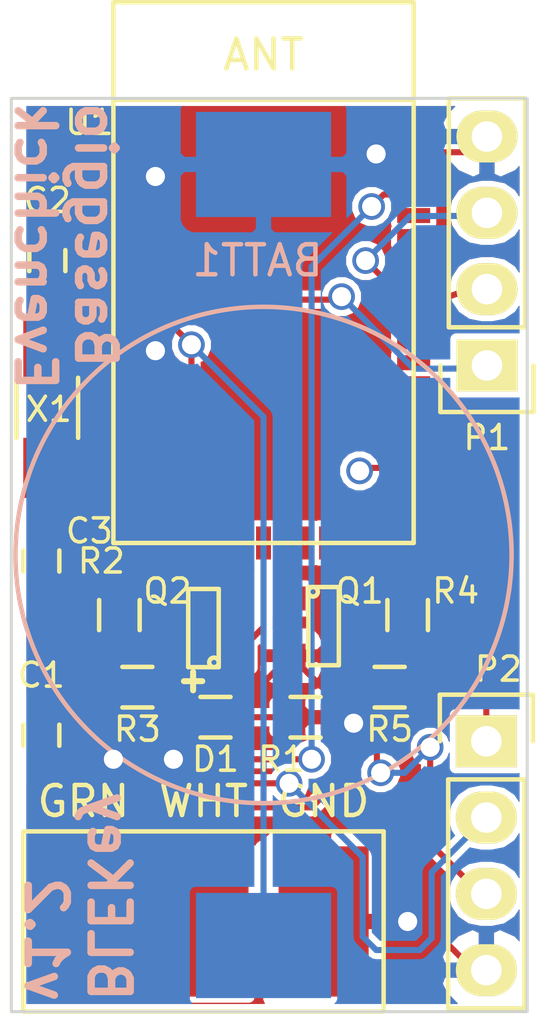
<source format=kicad_pcb>
(kicad_pcb (version 4) (host pcbnew "(2014-10-22 BZR 5216)-product")

  (general
    (links 41)
    (no_connects 0)
    (area 157.692619 85.344999 184.559762 121.155)
    (thickness 1.6)
    (drawings 10)
    (tracks 179)
    (zones 0)
    (modules 17)
    (nets 41)
  )

  (page A4)
  (layers
    (0 F.Cu signal)
    (31 B.Cu signal)
    (32 B.Adhes user)
    (33 F.Adhes user)
    (34 B.Paste user)
    (35 F.Paste user)
    (36 B.SilkS user)
    (37 F.SilkS user)
    (38 B.Mask user)
    (39 F.Mask user)
    (40 Dwgs.User user)
    (41 Cmts.User user)
    (42 Eco1.User user)
    (43 Eco2.User user)
    (44 Edge.Cuts user)
    (45 Margin user)
    (46 B.CrtYd user)
    (47 F.CrtYd user)
    (48 B.Fab user)
    (49 F.Fab user)
  )

  (setup
    (last_trace_width 0.2032)
    (trace_clearance 0.18)
    (zone_clearance 0.203437)
    (zone_45_only no)
    (trace_min 0.2032)
    (segment_width 0.2)
    (edge_width 0.1)
    (via_size 0.889)
    (via_drill 0.635)
    (via_min_size 0.889)
    (via_min_drill 0.508)
    (uvia_size 0.508)
    (uvia_drill 0.127)
    (uvias_allowed no)
    (uvia_min_size 0.508)
    (uvia_min_drill 0.127)
    (pcb_text_width 0.3)
    (pcb_text_size 1.5 1.5)
    (mod_edge_width 0.15)
    (mod_text_size 1 1)
    (mod_text_width 0.15)
    (pad_size 1 1.8)
    (pad_drill 0)
    (pad_to_mask_clearance 0)
    (aux_axis_origin 0 0)
    (visible_elements FFFFFF7F)
    (pcbplotparams
      (layerselection 0x010f0_80000001)
      (usegerberextensions true)
      (excludeedgelayer true)
      (linewidth 0.100000)
      (plotframeref false)
      (viasonmask false)
      (mode 1)
      (useauxorigin false)
      (hpglpennumber 1)
      (hpglpenspeed 20)
      (hpglpendiameter 15)
      (hpglpenoverlay 2)
      (psnegative false)
      (psa4output false)
      (plotreference true)
      (plotvalue true)
      (plotinvisibletext false)
      (padsonsilk false)
      (subtractmaskfromsilk false)
      (outputformat 1)
      (mirror false)
      (drillshape 0)
      (scaleselection 1)
      (outputdirectory blekey-v1_2/))
  )

  (net 0 "")
  (net 1 +BATT)
  (net 2 GND)
  (net 3 /XL1)
  (net 4 /XL2)
  (net 5 /LED_0)
  (net 6 "Net-(D1-Pad2)")
  (net 7 /DATA_1)
  (net 8 /DATA_0)
  (net 9 /SW_DIO)
  (net 10 /SW_CLK)
  (net 11 /TX_TTL)
  (net 12 /D1_CTL)
  (net 13 /D0_CTL)
  (net 14 /D0_SRC)
  (net 15 /D1_SRC)
  (net 16 "Net-(U1-Pad15)")
  (net 17 "Net-(U1-Pad16)")
  (net 18 "Net-(U1-Pad18)")
  (net 19 "Net-(U1-Pad21)")
  (net 20 "Net-(U1-Pad22)")
  (net 21 "Net-(U1-Pad23)")
  (net 22 "Net-(U1-Pad28)")
  (net 23 "Net-(U1-Pad30)")
  (net 24 "Net-(U1-Pad31)")
  (net 25 "Net-(U1-Pad32)")
  (net 26 "Net-(U1-Pad33)")
  (net 27 "Net-(U1-Pad34)")
  (net 28 "Net-(U1-Pad37)")
  (net 29 "Net-(U1-Pad38)")
  (net 30 "Net-(U1-Pad39)")
  (net 31 "Net-(U1-Pad41)")
  (net 32 "Net-(U1-Pad4)")
  (net 33 "Net-(U1-Pad5)")
  (net 34 "Net-(U1-Pad6)")
  (net 35 "Net-(U1-Pad7)")
  (net 36 "Net-(U1-Pad8)")
  (net 37 "Net-(U1-Pad11)")
  (net 38 "Net-(U1-Pad12)")
  (net 39 "Net-(U1-Pad26)")
  (net 40 "Net-(U1-Pad29)")

  (net_class Default "This is the default net class."
    (clearance 0.18)
    (trace_width 0.2032)
    (via_dia 0.889)
    (via_drill 0.635)
    (uvia_dia 0.508)
    (uvia_drill 0.127)
    (add_net +BATT)
    (add_net /D0_CTL)
    (add_net /D0_SRC)
    (add_net /D1_CTL)
    (add_net /D1_SRC)
    (add_net /DATA_0)
    (add_net /DATA_1)
    (add_net /LED_0)
    (add_net /SW_CLK)
    (add_net /SW_DIO)
    (add_net /TX_TTL)
    (add_net /XL1)
    (add_net /XL2)
    (add_net GND)
    (add_net "Net-(D1-Pad2)")
    (add_net "Net-(U1-Pad11)")
    (add_net "Net-(U1-Pad12)")
    (add_net "Net-(U1-Pad15)")
    (add_net "Net-(U1-Pad16)")
    (add_net "Net-(U1-Pad18)")
    (add_net "Net-(U1-Pad21)")
    (add_net "Net-(U1-Pad22)")
    (add_net "Net-(U1-Pad23)")
    (add_net "Net-(U1-Pad26)")
    (add_net "Net-(U1-Pad28)")
    (add_net "Net-(U1-Pad29)")
    (add_net "Net-(U1-Pad30)")
    (add_net "Net-(U1-Pad31)")
    (add_net "Net-(U1-Pad32)")
    (add_net "Net-(U1-Pad33)")
    (add_net "Net-(U1-Pad34)")
    (add_net "Net-(U1-Pad37)")
    (add_net "Net-(U1-Pad38)")
    (add_net "Net-(U1-Pad39)")
    (add_net "Net-(U1-Pad4)")
    (add_net "Net-(U1-Pad41)")
    (add_net "Net-(U1-Pad5)")
    (add_net "Net-(U1-Pad6)")
    (add_net "Net-(U1-Pad7)")
    (add_net "Net-(U1-Pad8)")
  )

  (module new_wieg:BU1632SM-JJ-GTR (layer B.Cu) (tedit 557091F5) (tstamp 55708DEE)
    (at 171.4 104 90)
    (path /547DCF11)
    (fp_text reference BATT1 (at 9.8 -0.2 360) (layer B.SilkS)
      (effects (font (size 1 1) (thickness 0.15)) (justify mirror))
    )
    (fp_text value CR2032 (at 0 10 90) (layer B.SilkS) hide
      (effects (font (size 1 1) (thickness 0.15)) (justify mirror))
    )
    (fp_circle (center 0 0) (end 8.2 -1) (layer B.SilkS) (width 0.15))
    (pad 1 smd rect (at -13 0 90) (size 3.5 4.5) (layers B.Cu B.Paste B.Mask)
      (net 1 +BATT))
    (pad 2 smd rect (at 13 0 90) (size 3.5 4.5) (layers B.Cu B.Paste B.Mask)
      (net 2 GND))
  )

  (module Capacitors_SMD:C_0603 (layer F.Cu) (tedit 557096B5) (tstamp 55708DF4)
    (at 164 110 90)
    (descr "Capacitor SMD 0603, reflow soldering, AVX (see smccp.pdf)")
    (tags "capacitor 0603")
    (path /5489A399)
    (attr smd)
    (fp_text reference C1 (at 2 0 180) (layer F.SilkS)
      (effects (font (size 0.8 0.8) (thickness 0.12)))
    )
    (fp_text value 100nF (at 0 1.9 90) (layer F.Fab) hide
      (effects (font (size 1 1) (thickness 0.15)))
    )
    (fp_line (start -1.45 -0.75) (end 1.45 -0.75) (layer F.CrtYd) (width 0.05))
    (fp_line (start -1.45 0.75) (end 1.45 0.75) (layer F.CrtYd) (width 0.05))
    (fp_line (start -1.45 -0.75) (end -1.45 0.75) (layer F.CrtYd) (width 0.05))
    (fp_line (start 1.45 -0.75) (end 1.45 0.75) (layer F.CrtYd) (width 0.05))
    (fp_line (start -0.35 -0.6) (end 0.35 -0.6) (layer F.SilkS) (width 0.15))
    (fp_line (start 0.35 0.6) (end -0.35 0.6) (layer F.SilkS) (width 0.15))
    (pad 1 smd rect (at -0.75 0 90) (size 0.8 0.75) (layers F.Cu F.Paste F.Mask)
      (net 2 GND))
    (pad 2 smd rect (at 0.75 0 90) (size 0.8 0.75) (layers F.Cu F.Paste F.Mask)
      (net 1 +BATT))
    (model Capacitors_SMD.3dshapes/C_0603.wrl
      (at (xyz 0 0 0))
      (scale (xyz 1 1 1))
      (rotate (xyz 0 0 0))
    )
  )

  (module Capacitors_SMD:C_0603 (layer F.Cu) (tedit 55709742) (tstamp 55708DFA)
    (at 164.2 94.2 90)
    (descr "Capacitor SMD 0603, reflow soldering, AVX (see smccp.pdf)")
    (tags "capacitor 0603")
    (path /54899DF3)
    (attr smd)
    (fp_text reference C2 (at 2 0 180) (layer F.SilkS)
      (effects (font (size 0.8 0.8) (thickness 0.12)))
    )
    (fp_text value 12pF (at 0 1.9 90) (layer F.Fab) hide
      (effects (font (size 1 1) (thickness 0.15)))
    )
    (fp_line (start -1.45 -0.75) (end 1.45 -0.75) (layer F.CrtYd) (width 0.05))
    (fp_line (start -1.45 0.75) (end 1.45 0.75) (layer F.CrtYd) (width 0.05))
    (fp_line (start -1.45 -0.75) (end -1.45 0.75) (layer F.CrtYd) (width 0.05))
    (fp_line (start 1.45 -0.75) (end 1.45 0.75) (layer F.CrtYd) (width 0.05))
    (fp_line (start -0.35 -0.6) (end 0.35 -0.6) (layer F.SilkS) (width 0.15))
    (fp_line (start 0.35 0.6) (end -0.35 0.6) (layer F.SilkS) (width 0.15))
    (pad 1 smd rect (at -0.75 0 90) (size 0.8 0.75) (layers F.Cu F.Paste F.Mask)
      (net 3 /XL1))
    (pad 2 smd rect (at 0.75 0 90) (size 0.8 0.75) (layers F.Cu F.Paste F.Mask)
      (net 2 GND))
    (model Capacitors_SMD.3dshapes/C_0603.wrl
      (at (xyz 0 0 0))
      (scale (xyz 1 1 1))
      (rotate (xyz 0 0 0))
    )
  )

  (module Capacitors_SMD:C_0603 (layer F.Cu) (tedit 557097D0) (tstamp 55708E00)
    (at 164 104.2 270)
    (descr "Capacitor SMD 0603, reflow soldering, AVX (see smccp.pdf)")
    (tags "capacitor 0603")
    (path /54899E00)
    (attr smd)
    (fp_text reference C3 (at -1 -1.6 360) (layer F.SilkS)
      (effects (font (size 0.8 0.8) (thickness 0.12)))
    )
    (fp_text value 12pF (at 0 1.9 270) (layer F.Fab) hide
      (effects (font (size 1 1) (thickness 0.15)))
    )
    (fp_line (start -1.45 -0.75) (end 1.45 -0.75) (layer F.CrtYd) (width 0.05))
    (fp_line (start -1.45 0.75) (end 1.45 0.75) (layer F.CrtYd) (width 0.05))
    (fp_line (start -1.45 -0.75) (end -1.45 0.75) (layer F.CrtYd) (width 0.05))
    (fp_line (start 1.45 -0.75) (end 1.45 0.75) (layer F.CrtYd) (width 0.05))
    (fp_line (start -0.35 -0.6) (end 0.35 -0.6) (layer F.SilkS) (width 0.15))
    (fp_line (start 0.35 0.6) (end -0.35 0.6) (layer F.SilkS) (width 0.15))
    (pad 1 smd rect (at -0.75 0 270) (size 0.8 0.75) (layers F.Cu F.Paste F.Mask)
      (net 4 /XL2))
    (pad 2 smd rect (at 0.75 0 270) (size 0.8 0.75) (layers F.Cu F.Paste F.Mask)
      (net 2 GND))
    (model Capacitors_SMD.3dshapes/C_0603.wrl
      (at (xyz 0 0 0))
      (scale (xyz 1 1 1))
      (rotate (xyz 0 0 0))
    )
  )

  (module Resistors_SMD:R_0603 (layer F.Cu) (tedit 5570A04F) (tstamp 55708E06)
    (at 169.8 109.4)
    (descr "Resistor SMD 0603, reflow soldering, Vishay (see dcrcw.pdf)")
    (tags "resistor 0603")
    (path /547DCE55)
    (attr smd)
    (fp_text reference D1 (at 0 1.4) (layer F.SilkS)
      (effects (font (size 0.8 0.8) (thickness 0.12)))
    )
    (fp_text value LED (at 0 1.9) (layer F.Fab) hide
      (effects (font (size 1 1) (thickness 0.15)))
    )
    (fp_line (start -1.3 -0.8) (end 1.3 -0.8) (layer F.CrtYd) (width 0.05))
    (fp_line (start -1.3 0.8) (end 1.3 0.8) (layer F.CrtYd) (width 0.05))
    (fp_line (start -1.3 -0.8) (end -1.3 0.8) (layer F.CrtYd) (width 0.05))
    (fp_line (start 1.3 -0.8) (end 1.3 0.8) (layer F.CrtYd) (width 0.05))
    (fp_line (start 0.5 0.675) (end -0.5 0.675) (layer F.SilkS) (width 0.15))
    (fp_line (start -0.5 -0.675) (end 0.5 -0.675) (layer F.SilkS) (width 0.15))
    (pad 1 smd rect (at -0.75 0) (size 0.5 0.9) (layers F.Cu F.Paste F.Mask)
      (net 5 /LED_0))
    (pad 2 smd rect (at 0.75 0) (size 0.5 0.9) (layers F.Cu F.Paste F.Mask)
      (net 6 "Net-(D1-Pad2)"))
    (model Resistors_SMD.3dshapes/R_0603.wrl
      (at (xyz 0 0 0))
      (scale (xyz 1 1 1))
      (rotate (xyz 0 0 0))
    )
  )

  (module new_wieg:IDC3POS (layer F.Cu) (tedit 5570977D) (tstamp 55708E0D)
    (at 169.4 116.2)
    (path /547F5E27)
    (fp_text reference K1 (at -7.8 -2.8 90) (layer F.SilkS) hide
      (effects (font (size 1 1) (thickness 0.15)))
    )
    (fp_text value WIEGAND (at 0 4) (layer F.SilkS) hide
      (effects (font (size 1 1) (thickness 0.15)))
    )
    (fp_text user GND (at 4 -4) (layer F.SilkS)
      (effects (font (size 1 1) (thickness 0.15)))
    )
    (fp_text user WHT (at 0 -4) (layer F.SilkS)
      (effects (font (size 1 1) (thickness 0.15)))
    )
    (fp_text user GRN (at -4 -4) (layer F.SilkS)
      (effects (font (size 1 1) (thickness 0.15)))
    )
    (fp_line (start 0 -3) (end 6 -3) (layer F.SilkS) (width 0.15))
    (fp_line (start 6 -3) (end 6 3) (layer F.SilkS) (width 0.15))
    (fp_line (start 6 3) (end 0 3) (layer F.SilkS) (width 0.15))
    (fp_line (start 0 3) (end -6 3) (layer F.SilkS) (width 0.15))
    (fp_line (start -6 3) (end -6 -3) (layer F.SilkS) (width 0.15))
    (fp_line (start -6 -3) (end 0 -3) (layer F.SilkS) (width 0.15))
    (pad 2 smd rect (at 0 0) (size 3 5) (layers F.Cu F.Paste F.Mask)
      (net 7 /DATA_1))
    (pad 1 smd rect (at -4 0) (size 3 5) (layers F.Cu F.Paste F.Mask)
      (net 8 /DATA_0))
    (pad 3 smd rect (at 4 0) (size 3 5) (layers F.Cu F.Paste F.Mask)
      (net 2 GND))
  )

  (module Pin_Headers:Pin_Header_Straight_1x04 (layer F.Cu) (tedit 5570A464) (tstamp 55959007)
    (at 178.84 97.69 180)
    (descr "Through hole pin header")
    (tags "pin header")
    (path /55707409)
    (fp_text reference P1 (at 0 -2.4 180) (layer F.SilkS)
      (effects (font (size 0.8 0.8) (thickness 0.12)))
    )
    (fp_text value CONN_01X04 (at 0 -3.1 180) (layer F.Fab) hide
      (effects (font (size 1 1) (thickness 0.15)))
    )
    (fp_line (start -1.75 -1.75) (end -1.75 9.4) (layer F.CrtYd) (width 0.05))
    (fp_line (start 1.75 -1.75) (end 1.75 9.4) (layer F.CrtYd) (width 0.05))
    (fp_line (start -1.75 -1.75) (end 1.75 -1.75) (layer F.CrtYd) (width 0.05))
    (fp_line (start -1.75 9.4) (end 1.75 9.4) (layer F.CrtYd) (width 0.05))
    (fp_line (start -1.27 1.27) (end -1.27 8.89) (layer F.SilkS) (width 0.15))
    (fp_line (start 1.27 1.27) (end 1.27 8.89) (layer F.SilkS) (width 0.15))
    (fp_line (start 1.55 -1.55) (end 1.55 0) (layer F.SilkS) (width 0.15))
    (fp_line (start -1.27 8.89) (end 1.27 8.89) (layer F.SilkS) (width 0.15))
    (fp_line (start 1.27 1.27) (end -1.27 1.27) (layer F.SilkS) (width 0.15))
    (fp_line (start -1.55 0) (end -1.55 -1.55) (layer F.SilkS) (width 0.15))
    (fp_line (start -1.55 -1.55) (end 1.55 -1.55) (layer F.SilkS) (width 0.15))
    (pad 1 thru_hole rect (at 0 0 180) (size 2.032 1.7272) (drill 1.016) (layers *.Cu *.Mask F.SilkS)
      (net 1 +BATT))
    (pad 2 thru_hole oval (at 0 2.54 180) (size 2.032 1.7272) (drill 1.016) (layers *.Cu *.Mask F.SilkS)
      (net 9 /SW_DIO))
    (pad 3 thru_hole oval (at 0 5.08 180) (size 2.032 1.7272) (drill 1.016) (layers *.Cu *.Mask F.SilkS)
      (net 10 /SW_CLK))
    (pad 4 thru_hole oval (at 0 7.62 180) (size 2.032 1.7272) (drill 1.016) (layers *.Cu *.Mask F.SilkS)
      (net 2 GND))
    (model Pin_Headers.3dshapes/Pin_Header_Straight_1x04.wrl
      (at (xyz 0 -0.15 0))
      (scale (xyz 1 1 1))
      (rotate (xyz 0 0 90))
    )
  )

  (module new_wieg:SOT-23-FET (layer F.Cu) (tedit 55709596) (tstamp 55708E24)
    (at 173.4 106.4 270)
    (tags SOT23)
    (path /5479C83C)
    (fp_text reference Q1 (at -1.2 -1.2 360) (layer F.SilkS)
      (effects (font (size 0.8 0.8) (thickness 0.12)))
    )
    (fp_text value FET_N (at 0 3 270) (layer F.SilkS) hide
      (effects (font (size 1 1) (thickness 0.15)))
    )
    (fp_circle (center -1.17602 0.35052) (end -1.30048 0.44958) (layer F.SilkS) (width 0.15))
    (fp_line (start 1.27 -0.508) (end 1.27 0.508) (layer F.SilkS) (width 0.15))
    (fp_line (start -1.3335 -0.508) (end -1.3335 0.508) (layer F.SilkS) (width 0.15))
    (fp_line (start 1.27 0.508) (end -1.3335 0.508) (layer F.SilkS) (width 0.15))
    (fp_line (start -1.3335 -0.508) (end 1.27 -0.508) (layer F.SilkS) (width 0.15))
    (pad D smd rect (at 0 -1.09982 270) (size 0.8001 1.00076) (layers F.Cu F.Paste F.Mask)
      (net 7 /DATA_1))
    (pad S smd rect (at 0.9525 1.09982 270) (size 0.8001 1.00076) (layers F.Cu F.Paste F.Mask)
      (net 2 GND))
    (pad G smd rect (at -0.9525 1.09982 270) (size 0.8001 1.00076) (layers F.Cu F.Paste F.Mask)
      (net 12 /D1_CTL))
    (model SMD_Packages/SOT-23.wrl
      (at (xyz 0 0 0))
      (scale (xyz 0.4 0.4 0.4))
      (rotate (xyz 0 0 180))
    )
  )

  (module new_wieg:SOT-23-FET (layer F.Cu) (tedit 55709579) (tstamp 55708E2B)
    (at 169.4 106.4 90)
    (tags SOT23)
    (path /547DCD65)
    (fp_text reference Q2 (at 1.2 -1.2 180) (layer F.SilkS)
      (effects (font (size 0.8 0.8) (thickness 0.12)))
    )
    (fp_text value FET_N (at 0 3 90) (layer F.SilkS) hide
      (effects (font (size 1 1) (thickness 0.15)))
    )
    (fp_circle (center -1.17602 0.35052) (end -1.30048 0.44958) (layer F.SilkS) (width 0.15))
    (fp_line (start 1.27 -0.508) (end 1.27 0.508) (layer F.SilkS) (width 0.15))
    (fp_line (start -1.3335 -0.508) (end -1.3335 0.508) (layer F.SilkS) (width 0.15))
    (fp_line (start 1.27 0.508) (end -1.3335 0.508) (layer F.SilkS) (width 0.15))
    (fp_line (start -1.3335 -0.508) (end 1.27 -0.508) (layer F.SilkS) (width 0.15))
    (pad D smd rect (at 0 -1.09982 90) (size 0.8001 1.00076) (layers F.Cu F.Paste F.Mask)
      (net 8 /DATA_0))
    (pad S smd rect (at 0.9525 1.09982 90) (size 0.8001 1.00076) (layers F.Cu F.Paste F.Mask)
      (net 2 GND))
    (pad G smd rect (at -0.9525 1.09982 90) (size 0.8001 1.00076) (layers F.Cu F.Paste F.Mask)
      (net 13 /D0_CTL))
    (model SMD_Packages/SOT-23.wrl
      (at (xyz 0 0 0))
      (scale (xyz 0.4 0.4 0.4))
      (rotate (xyz 0 0 180))
    )
  )

  (module Resistors_SMD:R_0603 (layer F.Cu) (tedit 55709709) (tstamp 55708E31)
    (at 172.8 109.4)
    (descr "Resistor SMD 0603, reflow soldering, Vishay (see dcrcw.pdf)")
    (tags "resistor 0603")
    (path /547DCE7A)
    (attr smd)
    (fp_text reference R1 (at -0.8 1.4) (layer F.SilkS)
      (effects (font (size 0.8 0.8) (thickness 0.12)))
    )
    (fp_text value R (at 0 1.9) (layer F.Fab) hide
      (effects (font (size 1 1) (thickness 0.15)))
    )
    (fp_line (start -1.3 -0.8) (end 1.3 -0.8) (layer F.CrtYd) (width 0.05))
    (fp_line (start -1.3 0.8) (end 1.3 0.8) (layer F.CrtYd) (width 0.05))
    (fp_line (start -1.3 -0.8) (end -1.3 0.8) (layer F.CrtYd) (width 0.05))
    (fp_line (start 1.3 -0.8) (end 1.3 0.8) (layer F.CrtYd) (width 0.05))
    (fp_line (start 0.5 0.675) (end -0.5 0.675) (layer F.SilkS) (width 0.15))
    (fp_line (start -0.5 -0.675) (end 0.5 -0.675) (layer F.SilkS) (width 0.15))
    (pad 1 smd rect (at -0.75 0) (size 0.5 0.9) (layers F.Cu F.Paste F.Mask)
      (net 6 "Net-(D1-Pad2)"))
    (pad 2 smd rect (at 0.75 0) (size 0.5 0.9) (layers F.Cu F.Paste F.Mask)
      (net 2 GND))
    (model Resistors_SMD.3dshapes/R_0603.wrl
      (at (xyz 0 0 0))
      (scale (xyz 1 1 1))
      (rotate (xyz 0 0 0))
    )
  )

  (module Resistors_SMD:R_0603 (layer F.Cu) (tedit 557096A2) (tstamp 55708E37)
    (at 166.6 106 90)
    (descr "Resistor SMD 0603, reflow soldering, Vishay (see dcrcw.pdf)")
    (tags "resistor 0603")
    (path /547A0C9D)
    (attr smd)
    (fp_text reference R2 (at 1.8 -0.6 180) (layer F.SilkS)
      (effects (font (size 0.8 0.8) (thickness 0.12)))
    )
    (fp_text value R (at 0 1.9 90) (layer F.Fab) hide
      (effects (font (size 1 1) (thickness 0.15)))
    )
    (fp_line (start -1.3 -0.8) (end 1.3 -0.8) (layer F.CrtYd) (width 0.05))
    (fp_line (start -1.3 0.8) (end 1.3 0.8) (layer F.CrtYd) (width 0.05))
    (fp_line (start -1.3 -0.8) (end -1.3 0.8) (layer F.CrtYd) (width 0.05))
    (fp_line (start 1.3 -0.8) (end 1.3 0.8) (layer F.CrtYd) (width 0.05))
    (fp_line (start 0.5 0.675) (end -0.5 0.675) (layer F.SilkS) (width 0.15))
    (fp_line (start -0.5 -0.675) (end 0.5 -0.675) (layer F.SilkS) (width 0.15))
    (pad 1 smd rect (at -0.75 0 90) (size 0.5 0.9) (layers F.Cu F.Paste F.Mask)
      (net 8 /DATA_0))
    (pad 2 smd rect (at 0.75 0 90) (size 0.5 0.9) (layers F.Cu F.Paste F.Mask)
      (net 14 /D0_SRC))
    (model Resistors_SMD.3dshapes/R_0603.wrl
      (at (xyz 0 0 0))
      (scale (xyz 1 1 1))
      (rotate (xyz 0 0 0))
    )
  )

  (module Resistors_SMD:R_0603 (layer F.Cu) (tedit 557096E6) (tstamp 55708E3D)
    (at 167.2 108.4)
    (descr "Resistor SMD 0603, reflow soldering, Vishay (see dcrcw.pdf)")
    (tags "resistor 0603")
    (path /547A0CBB)
    (attr smd)
    (fp_text reference R3 (at 0 1.4) (layer F.SilkS)
      (effects (font (size 0.8 0.8) (thickness 0.12)))
    )
    (fp_text value R (at 0 1.9) (layer F.Fab) hide
      (effects (font (size 1 1) (thickness 0.15)))
    )
    (fp_line (start -1.3 -0.8) (end 1.3 -0.8) (layer F.CrtYd) (width 0.05))
    (fp_line (start -1.3 0.8) (end 1.3 0.8) (layer F.CrtYd) (width 0.05))
    (fp_line (start -1.3 -0.8) (end -1.3 0.8) (layer F.CrtYd) (width 0.05))
    (fp_line (start 1.3 -0.8) (end 1.3 0.8) (layer F.CrtYd) (width 0.05))
    (fp_line (start 0.5 0.675) (end -0.5 0.675) (layer F.SilkS) (width 0.15))
    (fp_line (start -0.5 -0.675) (end 0.5 -0.675) (layer F.SilkS) (width 0.15))
    (pad 1 smd rect (at -0.75 0) (size 0.5 0.9) (layers F.Cu F.Paste F.Mask)
      (net 14 /D0_SRC))
    (pad 2 smd rect (at 0.75 0) (size 0.5 0.9) (layers F.Cu F.Paste F.Mask)
      (net 2 GND))
    (model Resistors_SMD.3dshapes/R_0603.wrl
      (at (xyz 0 0 0))
      (scale (xyz 1 1 1))
      (rotate (xyz 0 0 0))
    )
  )

  (module Resistors_SMD:R_0603 (layer F.Cu) (tedit 55709761) (tstamp 55708E43)
    (at 176.2 106 90)
    (descr "Resistor SMD 0603, reflow soldering, Vishay (see dcrcw.pdf)")
    (tags "resistor 0603")
    (path /547DCD6D)
    (attr smd)
    (fp_text reference R4 (at 0.8 1.6 180) (layer F.SilkS)
      (effects (font (size 0.8 0.8) (thickness 0.12)))
    )
    (fp_text value R (at 0 1.9 90) (layer F.Fab) hide
      (effects (font (size 1 1) (thickness 0.15)))
    )
    (fp_line (start -1.3 -0.8) (end 1.3 -0.8) (layer F.CrtYd) (width 0.05))
    (fp_line (start -1.3 0.8) (end 1.3 0.8) (layer F.CrtYd) (width 0.05))
    (fp_line (start -1.3 -0.8) (end -1.3 0.8) (layer F.CrtYd) (width 0.05))
    (fp_line (start 1.3 -0.8) (end 1.3 0.8) (layer F.CrtYd) (width 0.05))
    (fp_line (start 0.5 0.675) (end -0.5 0.675) (layer F.SilkS) (width 0.15))
    (fp_line (start -0.5 -0.675) (end 0.5 -0.675) (layer F.SilkS) (width 0.15))
    (pad 1 smd rect (at -0.75 0 90) (size 0.5 0.9) (layers F.Cu F.Paste F.Mask)
      (net 7 /DATA_1))
    (pad 2 smd rect (at 0.75 0 90) (size 0.5 0.9) (layers F.Cu F.Paste F.Mask)
      (net 15 /D1_SRC))
    (model Resistors_SMD.3dshapes/R_0603.wrl
      (at (xyz 0 0 0))
      (scale (xyz 1 1 1))
      (rotate (xyz 0 0 0))
    )
  )

  (module Resistors_SMD:R_0603 (layer F.Cu) (tedit 55709715) (tstamp 55708E49)
    (at 175.6 108.4 180)
    (descr "Resistor SMD 0603, reflow soldering, Vishay (see dcrcw.pdf)")
    (tags "resistor 0603")
    (path /547DCD73)
    (attr smd)
    (fp_text reference R5 (at 0 -1.4 180) (layer F.SilkS)
      (effects (font (size 0.8 0.8) (thickness 0.12)))
    )
    (fp_text value R (at 0 1.9 180) (layer F.Fab) hide
      (effects (font (size 1 1) (thickness 0.15)))
    )
    (fp_line (start -1.3 -0.8) (end 1.3 -0.8) (layer F.CrtYd) (width 0.05))
    (fp_line (start -1.3 0.8) (end 1.3 0.8) (layer F.CrtYd) (width 0.05))
    (fp_line (start -1.3 -0.8) (end -1.3 0.8) (layer F.CrtYd) (width 0.05))
    (fp_line (start 1.3 -0.8) (end 1.3 0.8) (layer F.CrtYd) (width 0.05))
    (fp_line (start 0.5 0.675) (end -0.5 0.675) (layer F.SilkS) (width 0.15))
    (fp_line (start -0.5 -0.675) (end 0.5 -0.675) (layer F.SilkS) (width 0.15))
    (pad 1 smd rect (at -0.75 0 180) (size 0.5 0.9) (layers F.Cu F.Paste F.Mask)
      (net 15 /D1_SRC))
    (pad 2 smd rect (at 0.75 0 180) (size 0.5 0.9) (layers F.Cu F.Paste F.Mask)
      (net 2 GND))
    (model Resistors_SMD.3dshapes/R_0603.wrl
      (at (xyz 0 0 0))
      (scale (xyz 1 1 1))
      (rotate (xyz 0 0 0))
    )
  )

  (module new_wieg:MDBT40 (layer F.Cu) (tedit 55709759) (tstamp 55708E77)
    (at 171.4 103.6)
    (path /547F5765)
    (fp_text reference U1 (at -5.8 -14) (layer F.SilkS)
      (effects (font (size 0.8 0.8) (thickness 0.12)))
    )
    (fp_text value MDBT40 (at 0.25 1.75) (layer F.SilkS) hide
      (effects (font (size 1 1) (thickness 0.15)))
    )
    (fp_text user ANT (at 0 -16.25) (layer F.SilkS)
      (effects (font (size 1 1) (thickness 0.15)))
    )
    (fp_line (start -5 -14.75) (end 5 -14.75) (layer F.SilkS) (width 0.15))
    (fp_line (start 5 -18) (end -5 -18) (layer F.SilkS) (width 0.15))
    (fp_line (start -5 -18) (end -5 0) (layer F.SilkS) (width 0.15))
    (fp_line (start -5 0) (end 5 0) (layer F.SilkS) (width 0.15))
    (fp_line (start 5 0) (end 5 -18) (layer F.SilkS) (width 0.15))
    (pad 13 smd rect (at -4.2 0) (size 0.5 1.1) (layers F.Cu F.Paste F.Mask)
      (net 2 GND))
    (pad 14 smd rect (at -3.5 0) (size 0.5 1.1) (layers F.Cu F.Paste F.Mask)
      (net 1 +BATT))
    (pad 15 smd rect (at -2.8 0) (size 0.5 1.1) (layers F.Cu F.Paste F.Mask)
      (net 16 "Net-(U1-Pad15)"))
    (pad 16 smd rect (at -2.1 0) (size 0.5 1.1) (layers F.Cu F.Paste F.Mask)
      (net 17 "Net-(U1-Pad16)"))
    (pad 17 smd rect (at -1.4 0) (size 0.5 1.1) (layers F.Cu F.Paste F.Mask)
      (net 14 /D0_SRC))
    (pad 18 smd rect (at -0.7 0) (size 0.5 1.1) (layers F.Cu F.Paste F.Mask)
      (net 18 "Net-(U1-Pad18)"))
    (pad 19 smd rect (at 0 0) (size 0.5 1.1) (layers F.Cu F.Paste F.Mask)
      (net 13 /D0_CTL))
    (pad 20 smd rect (at 0.7 0) (size 0.5 1.1) (layers F.Cu F.Paste F.Mask)
      (net 12 /D1_CTL))
    (pad 21 smd rect (at 1.4 0) (size 0.5 1.1) (layers F.Cu F.Paste F.Mask)
      (net 19 "Net-(U1-Pad21)"))
    (pad 22 smd rect (at 2.1 0) (size 0.5 1.1) (layers F.Cu F.Paste F.Mask)
      (net 20 "Net-(U1-Pad22)"))
    (pad 23 smd rect (at 2.8 0) (size 0.5 1.1) (layers F.Cu F.Paste F.Mask)
      (net 21 "Net-(U1-Pad23)"))
    (pad 24 smd rect (at 3.5 0) (size 0.5 1.1) (layers F.Cu F.Paste F.Mask)
      (net 15 /D1_SRC))
    (pad 25 smd rect (at 4.2 0) (size 0.5 1.1) (layers F.Cu F.Paste F.Mask)
      (net 2 GND))
    (pad 1 smd rect (at -5 -13) (size 1.1 0.5) (layers F.Cu F.Paste F.Mask)
      (net 2 GND))
    (pad 2 smd rect (at -5 -12.3) (size 1.1 0.5) (layers F.Cu F.Paste F.Mask)
      (net 2 GND))
    (pad 26 smd rect (at 5 -1.8) (size 1.1 0.5) (layers F.Cu F.Paste F.Mask)
      (net 39 "Net-(U1-Pad26)"))
    (pad 27 smd rect (at 5 -2.5) (size 1.1 0.5) (layers F.Cu F.Paste F.Mask)
      (net 11 /TX_TTL))
    (pad 28 smd rect (at 5 -3.2) (size 1.1 0.5) (layers F.Cu F.Paste F.Mask)
      (net 22 "Net-(U1-Pad28)"))
    (pad 29 smd rect (at 5 -3.9) (size 1.1 0.5) (layers F.Cu F.Paste F.Mask)
      (net 40 "Net-(U1-Pad29)"))
    (pad 30 smd rect (at 5 -4.6) (size 1.1 0.5) (layers F.Cu F.Paste F.Mask)
      (net 23 "Net-(U1-Pad30)"))
    (pad 31 smd rect (at 5 -5.3) (size 1.1 0.5) (layers F.Cu F.Paste F.Mask)
      (net 24 "Net-(U1-Pad31)"))
    (pad 32 smd rect (at 5 -6) (size 1.1 0.5) (layers F.Cu F.Paste F.Mask)
      (net 25 "Net-(U1-Pad32)"))
    (pad 33 smd rect (at 5 -6.7) (size 1.1 0.5) (layers F.Cu F.Paste F.Mask)
      (net 26 "Net-(U1-Pad33)"))
    (pad 34 smd rect (at 5 -7.4) (size 1.1 0.5) (layers F.Cu F.Paste F.Mask)
      (net 27 "Net-(U1-Pad34)"))
    (pad 35 smd rect (at 5 -8.1) (size 1.1 0.5) (layers F.Cu F.Paste F.Mask)
      (net 9 /SW_DIO))
    (pad 36 smd rect (at 5 -8.8) (size 1.1 0.5) (layers F.Cu F.Paste F.Mask)
      (net 10 /SW_CLK))
    (pad 37 smd rect (at 5 -9.5) (size 1.1 0.5) (layers F.Cu F.Paste F.Mask)
      (net 28 "Net-(U1-Pad37)"))
    (pad 38 smd rect (at 5 -10.2) (size 1.1 0.5) (layers F.Cu F.Paste F.Mask)
      (net 29 "Net-(U1-Pad38)"))
    (pad 39 smd rect (at 5 -10.9) (size 1.1 0.5) (layers F.Cu F.Paste F.Mask)
      (net 30 "Net-(U1-Pad39)"))
    (pad 40 smd rect (at 5 -11.6) (size 1.1 0.5) (layers F.Cu F.Paste F.Mask)
      (net 5 /LED_0))
    (pad 41 smd rect (at 5 -12.3) (size 1.1 0.5) (layers F.Cu F.Paste F.Mask)
      (net 31 "Net-(U1-Pad41)"))
    (pad 42 smd rect (at 5 -13) (size 1.1 0.5) (layers F.Cu F.Paste F.Mask)
      (net 2 GND))
    (pad 3 smd rect (at -5 -8.1) (size 1.1 0.5) (layers F.Cu F.Paste F.Mask)
      (net 1 +BATT))
    (pad 4 smd rect (at -5 -7.4) (size 1.1 0.5) (layers F.Cu F.Paste F.Mask)
      (net 32 "Net-(U1-Pad4)"))
    (pad 5 smd rect (at -5 -6.7) (size 1.1 0.5) (layers F.Cu F.Paste F.Mask)
      (net 33 "Net-(U1-Pad5)"))
    (pad 6 smd rect (at -5 -6) (size 1.1 0.5) (layers F.Cu F.Paste F.Mask)
      (net 34 "Net-(U1-Pad6)"))
    (pad 7 smd rect (at -5 -5.3) (size 1.1 0.5) (layers F.Cu F.Paste F.Mask)
      (net 35 "Net-(U1-Pad7)"))
    (pad 8 smd rect (at -5 -4.6) (size 1.1 0.5) (layers F.Cu F.Paste F.Mask)
      (net 36 "Net-(U1-Pad8)"))
    (pad 9 smd rect (at -5 -3.9) (size 1.1 0.5) (layers F.Cu F.Paste F.Mask)
      (net 3 /XL1))
    (pad 10 smd rect (at -5 -3.2) (size 1.1 0.5) (layers F.Cu F.Paste F.Mask)
      (net 4 /XL2))
    (pad 11 smd rect (at -5 -2.5) (size 1.1 0.5) (layers F.Cu F.Paste F.Mask)
      (net 37 "Net-(U1-Pad11)"))
    (pad 12 smd rect (at -5 -1.8) (size 1.1 0.5) (layers F.Cu F.Paste F.Mask)
      (net 38 "Net-(U1-Pad12)"))
  )

  (module Pin_Headers:Pin_Header_Straight_1x04 (layer F.Cu) (tedit 5570971E) (tstamp 55709499)
    (at 178.82 110.2)
    (descr "Through hole pin header")
    (tags "pin header")
    (path /5570B08F)
    (fp_text reference P2 (at 0.4 -2.4) (layer F.SilkS)
      (effects (font (size 0.8 0.8) (thickness 0.12)))
    )
    (fp_text value CONN_01X04 (at 0 -3.1) (layer F.Fab) hide
      (effects (font (size 1 1) (thickness 0.15)))
    )
    (fp_line (start -1.75 -1.75) (end -1.75 9.4) (layer F.CrtYd) (width 0.05))
    (fp_line (start 1.75 -1.75) (end 1.75 9.4) (layer F.CrtYd) (width 0.05))
    (fp_line (start -1.75 -1.75) (end 1.75 -1.75) (layer F.CrtYd) (width 0.05))
    (fp_line (start -1.75 9.4) (end 1.75 9.4) (layer F.CrtYd) (width 0.05))
    (fp_line (start -1.27 1.27) (end -1.27 8.89) (layer F.SilkS) (width 0.15))
    (fp_line (start 1.27 1.27) (end 1.27 8.89) (layer F.SilkS) (width 0.15))
    (fp_line (start 1.55 -1.55) (end 1.55 0) (layer F.SilkS) (width 0.15))
    (fp_line (start -1.27 8.89) (end 1.27 8.89) (layer F.SilkS) (width 0.15))
    (fp_line (start 1.27 1.27) (end -1.27 1.27) (layer F.SilkS) (width 0.15))
    (fp_line (start -1.55 0) (end -1.55 -1.55) (layer F.SilkS) (width 0.15))
    (fp_line (start -1.55 -1.55) (end 1.55 -1.55) (layer F.SilkS) (width 0.15))
    (pad 1 thru_hole rect (at 0 0) (size 2.032 1.7272) (drill 1.016) (layers *.Cu *.Mask F.SilkS)
      (net 11 /TX_TTL))
    (pad 2 thru_hole oval (at 0 2.54) (size 2.032 1.7272) (drill 1.016) (layers *.Cu *.Mask F.SilkS)
      (net 8 /DATA_0))
    (pad 3 thru_hole oval (at 0 5.08) (size 2.032 1.7272) (drill 1.016) (layers *.Cu *.Mask F.SilkS)
      (net 7 /DATA_1))
    (pad 4 thru_hole oval (at 0 7.62) (size 2.032 1.7272) (drill 1.016) (layers *.Cu *.Mask F.SilkS)
      (net 2 GND))
    (model Pin_Headers.3dshapes/Pin_Header_Straight_1x04.wrl
      (at (xyz 0 -0.15 0))
      (scale (xyz 1 1 1))
      (rotate (xyz 0 0 90))
    )
  )

  (module Capacitors_SMD:C_1206_HandSoldering (layer F.Cu) (tedit 5570A45B) (tstamp 5570A4A6)
    (at 164.2 99.1 270)
    (descr "Capacitor SMD 1206, hand soldering")
    (tags "capacitor 1206")
    (path /54899CE7)
    (attr smd)
    (fp_text reference X1 (at 0.05 -0.05 360) (layer F.SilkS)
      (effects (font (size 0.8 0.8) (thickness 0.12)))
    )
    (fp_text value 32.768kHz (at 0 2.3 270) (layer F.Fab) hide
      (effects (font (size 1 1) (thickness 0.15)))
    )
    (fp_line (start -3.3 -1.15) (end 3.3 -1.15) (layer F.CrtYd) (width 0.05))
    (fp_line (start -3.3 1.15) (end 3.3 1.15) (layer F.CrtYd) (width 0.05))
    (fp_line (start -3.3 -1.15) (end -3.3 1.15) (layer F.CrtYd) (width 0.05))
    (fp_line (start 3.3 -1.15) (end 3.3 1.15) (layer F.CrtYd) (width 0.05))
    (fp_line (start 1 -1.025) (end -1 -1.025) (layer F.SilkS) (width 0.15))
    (fp_line (start -1 1.025) (end 1 1.025) (layer F.SilkS) (width 0.15))
    (pad 1 smd rect (at -2 0 270) (size 2 1.6) (layers F.Cu F.Paste F.Mask)
      (net 3 /XL1))
    (pad 2 smd rect (at 2 0 270) (size 2 1.6) (layers F.Cu F.Paste F.Mask)
      (net 4 /XL2))
    (model Capacitors_SMD.3dshapes/C_1206_HandSoldering.wrl
      (at (xyz 0 0 0))
      (scale (xyz 1 1 1))
      (rotate (xyz 0 0 0))
    )
  )

  (gr_text + (at 169 108.2 90) (layer F.SilkS)
    (effects (font (size 0.8 0.8) (thickness 0.2)) (justify mirror))
  )
  (gr_line (start 179.81 88.8) (end 180.18 88.8) (angle 90) (layer Edge.Cuts) (width 0.1))
  (gr_line (start 180.16 119.2) (end 179.83 119.2) (angle 90) (layer Edge.Cuts) (width 0.1))
  (gr_text "Baseggio\nEvenchick" (at 164.8 88.8 270) (layer B.SilkS)
    (effects (font (size 1.25 1.3) (thickness 0.25)) (justify right mirror))
  )
  (gr_text "BLEKey\nv1.2" (at 165.2 119 270) (layer B.SilkS)
    (effects (font (size 1.3 1.3) (thickness 0.25)) (justify left mirror))
  )
  (gr_line (start 163 119.2) (end 163 104.2) (angle 90) (layer Edge.Cuts) (width 0.1))
  (gr_line (start 179.8 119.2) (end 163 119.2) (angle 90) (layer Edge.Cuts) (width 0.1))
  (gr_line (start 180.18 88.8) (end 180.18 119.2) (angle 90) (layer Edge.Cuts) (width 0.1))
  (gr_line (start 163 88.8) (end 179.8 88.8) (angle 90) (layer Edge.Cuts) (width 0.1))
  (gr_line (start 163 104.2) (end 163 88.8) (angle 90) (layer Edge.Cuts) (width 0.1))

  (segment (start 171.4 116) (end 171.4 113.8) (width 0.2032) (layer F.Cu) (net 0))
  (segment (start 167.9 102.9) (end 169 101.8) (width 0.2032) (layer F.Cu) (net 1) (tstamp 55709354))
  (segment (start 169 101.8) (end 169 97) (width 0.2032) (layer F.Cu) (net 1) (tstamp 55709358))
  (segment (start 169 97) (end 167.5 95.5) (width 0.2032) (layer F.Cu) (net 1) (tstamp 5570935A))
  (segment (start 167.5 95.5) (end 166.4 95.5) (width 0.2032) (layer F.Cu) (net 1) (tstamp 5570935C))
  (segment (start 167.9 103.6) (end 167.9 102.9) (width 0.2032) (layer F.Cu) (net 1))
  (segment (start 176.4 97.8) (end 174 95.4) (width 0.2032) (layer B.Cu) (net 1) (tstamp 557093B3))
  (via (at 174 95.4) (size 0.889) (layers F.Cu B.Cu) (net 1))
  (segment (start 174 95.4) (end 173.9 95.5) (width 0.2032) (layer F.Cu) (net 1) (tstamp 557093BC))
  (segment (start 173.9 95.5) (end 166.4 95.5) (width 0.2032) (layer F.Cu) (net 1) (tstamp 557093BD))
  (segment (start 178.84 97.79) (end 176.4 97.8) (width 0.2032) (layer B.Cu) (net 1) (status 10))
  (segment (start 171.4 99.4) (end 169 97) (width 0.2032) (layer B.Cu) (net 1) (tstamp 55709418))
  (via (at 169 97) (size 0.889) (layers F.Cu B.Cu) (net 1))
  (segment (start 171.4 117) (end 171.4 99.4) (width 0.2032) (layer B.Cu) (net 1) (status 10))
  (segment (start 164 107.2) (end 165.2 106) (width 0.2032) (layer F.Cu) (net 1) (tstamp 55709637))
  (segment (start 165.2 106) (end 165.2 105.2) (width 0.2032) (layer F.Cu) (net 1) (tstamp 5570963E))
  (segment (start 165.2 105.2) (end 165.8 104.6) (width 0.2032) (layer F.Cu) (net 1) (tstamp 55709646))
  (segment (start 165.8 104.6) (end 167.6 104.6) (width 0.2032) (layer F.Cu) (net 1) (tstamp 55709647))
  (segment (start 167.6 104.6) (end 167.9 104.3) (width 0.2032) (layer F.Cu) (net 1) (tstamp 5570964A))
  (segment (start 167.9 104.3) (end 167.9 103.6) (width 0.2032) (layer F.Cu) (net 1) (tstamp 5570964B))
  (segment (start 164 109.25) (end 164 107.2) (width 0.2032) (layer F.Cu) (net 1))
  (segment (start 170.49982 105.4475) (end 170.49982 105.55214) (width 0.2032) (layer F.Cu) (net 2))
  (segment (start 173.8025 107.3525) (end 174.85 108.4) (width 0.2032) (layer F.Cu) (net 2) (tstamp 55709063))
  (segment (start 172.30018 107.3525) (end 173.8025 107.3525) (width 0.2032) (layer F.Cu) (net 2))
  (segment (start 171.25268 108.4) (end 172.30018 107.3525) (width 0.2032) (layer F.Cu) (net 2) (tstamp 55709067))
  (segment (start 167.95 108.4) (end 171.25268 108.4) (width 0.2032) (layer F.Cu) (net 2))
  (segment (start 169.4 106.2) (end 169.4 106.95) (width 0.2032) (layer F.Cu) (net 2) (tstamp 5570906C))
  (segment (start 169.4 106.95) (end 167.95 108.4) (width 0.2032) (layer F.Cu) (net 2) (tstamp 5570906D))
  (segment (start 170.1525 105.4475) (end 169.4 106.2) (width 0.2032) (layer F.Cu) (net 2) (tstamp 5570906B))
  (segment (start 170.49982 105.4475) (end 170.1525 105.4475) (width 0.2032) (layer F.Cu) (net 2))
  (segment (start 173.55 108.60232) (end 172.30018 107.3525) (width 0.2032) (layer F.Cu) (net 2) (tstamp 557090CF))
  (segment (start 173.55 109.4) (end 173.55 108.60232) (width 0.2032) (layer F.Cu) (net 2))
  (segment (start 164.25 93.45) (end 166.4 91.3) (width 0.2032) (layer F.Cu) (net 2) (tstamp 55709156))
  (segment (start 164.2 93.45) (end 164.25 93.45) (width 0.2032) (layer F.Cu) (net 2))
  (segment (start 166.4 91.3) (end 166.4 90.6) (width 0.2032) (layer F.Cu) (net 2))
  (segment (start 168.2 91) (end 167.8 91.4) (width 0.2032) (layer B.Cu) (net 2) (tstamp 55709362))
  (via (at 167.8 91.4) (size 0.889) (layers F.Cu B.Cu) (net 2))
  (segment (start 167.8 91.4) (end 167.7 91.3) (width 0.2032) (layer F.Cu) (net 2) (tstamp 55709364))
  (segment (start 167.7 91.3) (end 166.4 91.3) (width 0.2032) (layer F.Cu) (net 2) (tstamp 55709365))
  (segment (start 171.4 91) (end 168.2 91) (width 0.2032) (layer B.Cu) (net 2) (status 10))
  (segment (start 178.42 90.59) (end 178.84 90.17) (width 0.2032) (layer F.Cu) (net 2) (tstamp 55709397) (status 30))
  (segment (start 176.4 90.6) (end 178.42 90.59) (width 0.2032) (layer F.Cu) (net 2) (status 20))
  (segment (start 167.8 97.2) (end 167.8 91.4) (width 0.2032) (layer B.Cu) (net 2) (tstamp 557093EE))
  (via (at 167.8 97.2) (size 0.889) (layers F.Cu B.Cu) (net 2))
  (segment (start 168.4 97.8) (end 167.8 97.2) (width 0.2032) (layer F.Cu) (net 2) (tstamp 557093EC))
  (segment (start 168.4 101.4) (end 168.4 97.8) (width 0.2032) (layer F.Cu) (net 2) (tstamp 557093E3))
  (segment (start 167.2 102.6) (end 168.4 101.4) (width 0.2032) (layer F.Cu) (net 2) (tstamp 557093E2))
  (segment (start 167.2 103.6) (end 167.2 102.6) (width 0.2032) (layer F.Cu) (net 2))
  (segment (start 168.4 110.8) (end 167.8 110.2) (width 0.2032) (layer B.Cu) (net 2) (tstamp 5570940E))
  (segment (start 167.8 110.2) (end 167.8 97.2) (width 0.2032) (layer B.Cu) (net 2) (tstamp 5570940F))
  (via (at 168.4 110.8) (size 0.889) (layers F.Cu B.Cu) (net 2))
  (segment (start 167.95 110.35) (end 168.4 110.8) (width 0.2032) (layer F.Cu) (net 2) (tstamp 55709408))
  (segment (start 167.95 108.4) (end 167.95 110.35) (width 0.2032) (layer F.Cu) (net 2))
  (segment (start 176.78 116.2) (end 178.4 117.82) (width 0.2032) (layer F.Cu) (net 2) (tstamp 557094D9))
  (segment (start 176.2 116.2) (end 176.78 116.2) (width 0.2032) (layer F.Cu) (net 2) (tstamp 5570A026))
  (segment (start 173.4 116.2) (end 176.2 116.2) (width 0.2032) (layer F.Cu) (net 2))
  (segment (start 164.45 104.95) (end 165.8 103.6) (width 0.2032) (layer F.Cu) (net 2) (tstamp 557095ED))
  (segment (start 165.8 103.6) (end 167.2 103.6) (width 0.2032) (layer F.Cu) (net 2) (tstamp 557095F2))
  (segment (start 164 104.95) (end 164.45 104.95) (width 0.2032) (layer F.Cu) (net 2))
  (segment (start 166.35 110.75) (end 166.4 110.8) (width 0.2032) (layer F.Cu) (net 2) (tstamp 55709656))
  (via (at 166.4 110.8) (size 0.889) (layers F.Cu B.Cu) (net 2))
  (segment (start 166.4 110.8) (end 168.4 110.8) (width 0.2032) (layer B.Cu) (net 2) (tstamp 5570965A))
  (segment (start 164 110.75) (end 166.35 110.75) (width 0.2032) (layer F.Cu) (net 2))
  (segment (start 174.4 112.2) (end 176.2 114) (width 0.2032) (layer B.Cu) (net 2) (tstamp 5570A01E))
  (segment (start 176.2 114) (end 176.2 116.2) (width 0.2032) (layer B.Cu) (net 2) (tstamp 5570A020))
  (via (at 176.2 116.2) (size 0.889) (layers F.Cu B.Cu) (net 2))
  (segment (start 174.85 108.4) (end 174.85 109.15) (width 0.2032) (layer F.Cu) (net 2) (tstamp 55709447))
  (segment (start 174.4 109.6) (end 174.85 109.15) (width 0.2032) (layer F.Cu) (net 2) (tstamp 55709446))
  (via (at 174.4 109.6) (size 0.889) (layers F.Cu B.Cu) (net 2))
  (segment (start 174.4 110.6) (end 174.4 109.6) (width 0.2032) (layer B.Cu) (net 2) (tstamp 5570943F))
  (segment (start 174.4 111.8) (end 174.4 110.6) (width 0.2032) (layer B.Cu) (net 2) (tstamp 55709EEB))
  (segment (start 174.4 111.8) (end 174.4 112.2) (width 0.2032) (layer B.Cu) (net 2))
  (segment (start 176.8 103.6) (end 177.75 104.55) (width 0.2032) (layer F.Cu) (net 2) (tstamp 5570A2AB))
  (segment (start 177.75 104.55) (end 177.75 108.5) (width 0.2032) (layer F.Cu) (net 2) (tstamp 5570A2B0))
  (segment (start 177.75 108.5) (end 176.2 110.05) (width 0.2032) (layer F.Cu) (net 2) (tstamp 5570A2B2))
  (segment (start 176.2 110.05) (end 176.2 116.2) (width 0.2032) (layer F.Cu) (net 2) (tstamp 5570A2B3))
  (segment (start 175.6 103.6) (end 176.8 103.6) (width 0.2032) (layer F.Cu) (net 2))
  (segment (start 174.8 91) (end 175.15 90.65) (width 0.2032) (layer B.Cu) (net 2) (tstamp 5570A56A))
  (via (at 175.15 90.65) (size 0.889) (layers F.Cu B.Cu) (net 2))
  (segment (start 175.15 90.65) (end 175.2 90.6) (width 0.2032) (layer F.Cu) (net 2) (tstamp 5570A56C))
  (segment (start 175.2 90.6) (end 176.4 90.6) (width 0.2032) (layer F.Cu) (net 2) (tstamp 5570A56D))
  (segment (start 171.4 91) (end 174.2 91) (width 0.2032) (layer B.Cu) (net 2) (tstamp 5570936B) (status 10))
  (segment (start 174.2 91) (end 174.8 91) (width 0.2032) (layer B.Cu) (net 2))
  (segment (start 164.2 98.2) (end 164.2 97.2) (width 0.2032) (layer F.Cu) (net 3) (tstamp 5570A1D6))
  (segment (start 164.2 98.2) (end 164.2 98.2) (width 0.2032) (layer F.Cu) (net 3) (tstamp 55709147))
  (segment (start 164.2 99) (end 164.9 99.7) (width 0.2032) (layer F.Cu) (net 3) (tstamp 5570A1D8))
  (segment (start 164.9 99.7) (end 166.4 99.7) (width 0.2032) (layer F.Cu) (net 3) (tstamp 5570A1D9))
  (segment (start 164.2 98.2) (end 164.2 99) (width 0.2032) (layer F.Cu) (net 3))
  (segment (start 164.2 97.1) (end 164.2 94.95) (width 0.2032) (layer F.Cu) (net 3))
  (segment (start 164 103.45) (end 164 101.4) (width 0.2032) (layer F.Cu) (net 4))
  (segment (start 164.75 101.75) (end 164.2 101.2) (width 0.2032) (layer F.Cu) (net 4) (tstamp 5570910E) (status 30))
  (segment (start 164.8 101.8) (end 164.2 101.2) (width 0.2032) (layer F.Cu) (net 4) (tstamp 55709111) (status 30))
  (segment (start 165 100.4) (end 164.2 101.2) (width 0.2032) (layer F.Cu) (net 4) (tstamp 5570914B))
  (segment (start 166.4 100.4) (end 165 100.4) (width 0.2032) (layer F.Cu) (net 4))
  (segment (start 164 101.4) (end 164.2 101.2) (width 0.2032) (layer F.Cu) (net 4) (tstamp 5570964F))
  (segment (start 175 92.4) (end 175.4 92) (width 0.2032) (layer F.Cu) (net 5) (tstamp 557090DC))
  (segment (start 175.4 92) (end 176.4 92) (width 0.2032) (layer F.Cu) (net 5) (tstamp 557090DD))
  (segment (start 169.05 109.4) (end 170.45 110.8) (width 0.2032) (layer F.Cu) (net 5))
  (segment (start 173 94.4) (end 175 92.4) (width 0.2032) (layer B.Cu) (net 5) (tstamp 557090D8))
  (segment (start 173 94.6) (end 173 94.4) (width 0.2032) (layer B.Cu) (net 5) (tstamp 557090D6))
  (segment (start 173 110.8) (end 173 94.6) (width 0.2032) (layer B.Cu) (net 5) (tstamp 557090D5))
  (via (at 173 110.8) (size 0.889) (layers F.Cu B.Cu) (net 5))
  (segment (start 170.45 110.8) (end 173 110.8) (width 0.2032) (layer F.Cu) (net 5) (tstamp 557090D2))
  (via (at 175 92.4) (size 0.889) (layers F.Cu B.Cu) (net 5))
  (segment (start 170.55 109.4) (end 172.05 109.4) (width 0.2032) (layer F.Cu) (net 6))
  (segment (start 175.85 106.4) (end 176.2 106.75) (width 0.2032) (layer F.Cu) (net 7) (tstamp 55709055))
  (segment (start 174.49982 106.4) (end 175.85 106.4) (width 0.2032) (layer F.Cu) (net 7))
  (segment (start 175.175 110.225) (end 173 112.4) (width 0.2032) (layer F.Cu) (net 7) (tstamp 55A687F0))
  (segment (start 175.6 109.8) (end 175.175 110.225) (width 0.2032) (layer F.Cu) (net 7) (tstamp 557094E2))
  (segment (start 173 112.4) (end 170.6 112.4) (width 0.2032) (layer F.Cu) (net 7) (tstamp 557094E5))
  (segment (start 170.6 112.4) (end 169.4 113.6) (width 0.2032) (layer F.Cu) (net 7) (tstamp 557094E8))
  (segment (start 169.4 113.6) (end 169.4 116.2) (width 0.2032) (layer F.Cu) (net 7) (tstamp 557094EA))
  (segment (start 175.6 109.6) (end 175.6 107.35) (width 0.2032) (layer F.Cu) (net 7) (tstamp 55709084))
  (segment (start 176.2 106.75) (end 175.6 107.35) (width 0.2032) (layer F.Cu) (net 7) (tstamp 55709086))
  (segment (start 175.6 109.6) (end 175.6 109.8) (width 0.2032) (layer F.Cu) (net 7))
  (segment (start 175.175 111.125) (end 175.175 110.225) (width 0.2032) (layer F.Cu) (net 7) (tstamp 55A687ED))
  (segment (start 175.3 111.25) (end 175.175 111.125) (width 0.2032) (layer F.Cu) (net 7) (tstamp 55A687EC))
  (via (at 175.3 111.25) (size 0.889) (layers F.Cu B.Cu) (net 7))
  (segment (start 176.1 111.25) (end 175.3 111.25) (width 0.2032) (layer B.Cu) (net 7) (tstamp 55A687E7))
  (segment (start 176.95 110.4) (end 176.1 111.25) (width 0.2032) (layer B.Cu) (net 7) (tstamp 55A687E6))
  (via (at 176.95 110.4) (size 0.889) (layers F.Cu B.Cu) (net 7))
  (segment (start 176.95 113.6) (end 176.95 110.4) (width 0.2032) (layer F.Cu) (net 7) (tstamp 55A687DE))
  (segment (start 178.63 115.28) (end 176.95 113.6) (width 0.2032) (layer F.Cu) (net 7) (tstamp 55A687DD))
  (segment (start 178.82 115.28) (end 178.63 115.28) (width 0.2032) (layer F.Cu) (net 7))
  (segment (start 167.95018 106.75) (end 168.30018 106.4) (width 0.2032) (layer F.Cu) (net 8) (tstamp 55709043))
  (segment (start 166.6 106.75) (end 167.95018 106.75) (width 0.2032) (layer F.Cu) (net 8))
  (segment (start 167.2 110) (end 167.4 110.2) (width 0.2032) (layer F.Cu) (net 8) (tstamp 557094F8))
  (segment (start 167.4 110.2) (end 167.4 111.2) (width 0.2032) (layer F.Cu) (net 8) (tstamp 55709500))
  (segment (start 167.4 111.2) (end 165.4 113.2) (width 0.2032) (layer F.Cu) (net 8) (tstamp 55709501))
  (segment (start 165.4 113.2) (end 165.4 116.2) (width 0.2032) (layer F.Cu) (net 8) (tstamp 55709506))
  (segment (start 166.6 106.75) (end 167.2 107.35) (width 0.2032) (layer F.Cu) (net 8) (tstamp 55709079))
  (segment (start 167.2 109.4) (end 167.2 107.35) (width 0.2032) (layer F.Cu) (net 8) (tstamp 55709078))
  (segment (start 167.2 109.4) (end 167.2 110) (width 0.2032) (layer F.Cu) (net 8))
  (segment (start 169.5 111.6) (end 172.25 111.6) (width 0.2032) (layer F.Cu) (net 8) (tstamp 55A687B6))
  (via (at 172.25 111.6) (size 0.889) (layers F.Cu B.Cu) (net 8))
  (segment (start 172.25 111.6) (end 174.7 114.05) (width 0.2032) (layer B.Cu) (net 8) (tstamp 55A687BE))
  (segment (start 174.7 114.05) (end 174.7 116.7) (width 0.2032) (layer B.Cu) (net 8) (tstamp 55A687BF))
  (segment (start 174.7 116.7) (end 175.15 117.15) (width 0.2032) (layer B.Cu) (net 8) (tstamp 55A687D2))
  (segment (start 175.15 117.15) (end 176.6 117.15) (width 0.2032) (layer B.Cu) (net 8) (tstamp 55A687D5))
  (segment (start 176.6 117.15) (end 177 116.75) (width 0.2032) (layer B.Cu) (net 8) (tstamp 55A687D7))
  (segment (start 177 116.75) (end 177 114.56) (width 0.2032) (layer B.Cu) (net 8) (tstamp 55A687D8))
  (segment (start 177 114.56) (end 178.82 112.74) (width 0.2032) (layer B.Cu) (net 8) (tstamp 55A687D9))
  (segment (start 165.4 115.7) (end 169.5 111.6) (width 0.2032) (layer F.Cu) (net 8) (tstamp 55A687B5))
  (segment (start 165.4 116.2) (end 165.4 115.7) (width 0.2032) (layer F.Cu) (net 8))
  (segment (start 177.3 95.5) (end 176.4 95.5) (width 0.2032) (layer F.Cu) (net 9) (tstamp 557093A9))
  (segment (start 177.98 95.25) (end 177.3 95.5) (width 0.2032) (layer F.Cu) (net 9) (tstamp 557093A8) (status 10))
  (segment (start 178.84 95.25) (end 177.98 95.25) (width 0.2032) (layer F.Cu) (net 9) (status 30))
  (segment (start 175.4 94.8) (end 174.8 94.2) (width 0.2032) (layer F.Cu) (net 10) (tstamp 5570939A))
  (via (at 174.8 94.2) (size 0.889) (layers F.Cu B.Cu) (net 10))
  (segment (start 174.8 94.2) (end 176.28 92.72) (width 0.2032) (layer B.Cu) (net 10) (tstamp 557093A2))
  (segment (start 176.28 92.72) (end 178.84 92.71) (width 0.2032) (layer B.Cu) (net 10) (tstamp 557093A3) (status 20))
  (segment (start 176.4 94.8) (end 175.4 94.8) (width 0.2032) (layer F.Cu) (net 10))
  (segment (start 174.6 101.2) (end 174.7 101.1) (width 0.2032) (layer F.Cu) (net 11) (tstamp 55709E57))
  (via (at 174.6 101.2) (size 0.889) (layers F.Cu B.Cu) (net 11))
  (segment (start 174.6 101.4) (end 174.6 101.2) (width 0.2032) (layer B.Cu) (net 11) (tstamp 55709E51))
  (segment (start 174.7 101.1) (end 176.4 101.1) (width 0.2032) (layer F.Cu) (net 11) (tstamp 55709E58))
  (segment (start 178.82 102.37) (end 177.55 101.1) (width 0.2032) (layer F.Cu) (net 11) (tstamp 55A6870A))
  (segment (start 177.55 101.1) (end 176.4 101.1) (width 0.2032) (layer F.Cu) (net 11) (tstamp 55A6870E))
  (segment (start 178.82 110.2) (end 178.82 102.37) (width 0.2032) (layer F.Cu) (net 11))
  (segment (start 172.30018 104.70018) (end 172.1 104.5) (width 0.2032) (layer F.Cu) (net 12) (tstamp 5570903A))
  (segment (start 172.1 104.5) (end 172.1 103.6) (width 0.2032) (layer F.Cu) (net 12) (tstamp 5570903B))
  (segment (start 172.30018 105.4475) (end 172.30018 104.70018) (width 0.2032) (layer F.Cu) (net 12))
  (segment (start 171.4 106.4) (end 171.4 103.6) (width 0.2032) (layer F.Cu) (net 13) (tstamp 5570904E))
  (segment (start 170.49982 107.30018) (end 171.4 106.4) (width 0.2032) (layer F.Cu) (net 13) (tstamp 5570904D))
  (segment (start 170.49982 107.3525) (end 170.49982 107.30018) (width 0.2032) (layer F.Cu) (net 13))
  (segment (start 169.15 105.25) (end 170 104.4) (width 0.2032) (layer F.Cu) (net 14) (tstamp 55709035))
  (segment (start 170 104.4) (end 170 103.6) (width 0.2032) (layer F.Cu) (net 14) (tstamp 55709037))
  (segment (start 166.6 105.25) (end 169.15 105.25) (width 0.2032) (layer F.Cu) (net 14))
  (segment (start 165.6 106.25) (end 166.6 105.25) (width 0.2032) (layer F.Cu) (net 14) (tstamp 55709049))
  (segment (start 165.6 107.4) (end 165.6 106.25) (width 0.2032) (layer F.Cu) (net 14) (tstamp 55709047))
  (segment (start 166.45 108.25) (end 165.6 107.4) (width 0.2032) (layer F.Cu) (net 14) (tstamp 55709046))
  (segment (start 166.45 108.4) (end 166.45 108.25) (width 0.2032) (layer F.Cu) (net 14))
  (segment (start 175.65 105.25) (end 174.9 104.5) (width 0.2032) (layer F.Cu) (net 15) (tstamp 55709058))
  (segment (start 174.9 104.5) (end 174.9 103.6) (width 0.2032) (layer F.Cu) (net 15) (tstamp 55709059))
  (segment (start 176.2 105.25) (end 175.65 105.25) (width 0.2032) (layer F.Cu) (net 15))
  (segment (start 177.2 106.25) (end 176.2 105.25) (width 0.2032) (layer F.Cu) (net 15) (tstamp 5570905F))
  (segment (start 177.2 107.4) (end 177.2 106.25) (width 0.2032) (layer F.Cu) (net 15) (tstamp 5570905D))
  (segment (start 176.35 108.25) (end 177.2 107.4) (width 0.2032) (layer F.Cu) (net 15) (tstamp 5570905C))
  (segment (start 176.35 108.4) (end 176.35 108.25) (width 0.2032) (layer F.Cu) (net 15))

  (zone (net 2) (net_name GND) (layer F.Cu) (tstamp 5570A639) (hatch edge 0.508)
    (connect_pads (clearance 0.203437))
    (min_thickness 0.026)
    (fill yes (arc_segments 16) (thermal_gap 0.508) (thermal_bridge_width 0.508))
    (polygon
      (pts
        (xy 180.2 119.15) (xy 163.5 119.15) (xy 163.5 88.85) (xy 180.2 88.85)
      )
    )
    (filled_polygon
      (pts
        (xy 168.681963 101.668265) (xy 167.742851 102.607376) (xy 167.553633 102.529) (xy 167.45525 102.529) (xy 167.325 102.65925)
        (xy 167.325 103.359) (xy 167.433563 103.359) (xy 167.433563 103.841) (xy 167.325 103.841) (xy 167.325 103.861)
        (xy 167.075 103.861) (xy 167.075 103.841) (xy 167.075 103.359) (xy 167.075 102.65925) (xy 166.94475 102.529)
        (xy 166.846367 102.529) (xy 166.654878 102.608317) (xy 166.508318 102.754877) (xy 166.429 102.946366) (xy 166.429 103.153633)
        (xy 166.429 103.22875) (xy 166.55925 103.359) (xy 167.075 103.359) (xy 167.075 103.841) (xy 166.55925 103.841)
        (xy 166.429 103.97125) (xy 166.429 104.046367) (xy 166.429 104.253634) (xy 166.440734 104.281963) (xy 165.8 104.281963)
        (xy 165.678292 104.306172) (xy 165.575114 104.375114) (xy 164.975114 104.975114) (xy 164.906172 105.078292) (xy 164.881963 105.2)
        (xy 164.881963 105.266213) (xy 164.76575 105.15) (xy 164.1875 105.15) (xy 164.1875 105.74075) (xy 164.31775 105.871)
        (xy 164.478634 105.871) (xy 164.670123 105.791682) (xy 164.816683 105.645122) (xy 164.881963 105.487521) (xy 164.881963 105.868265)
        (xy 163.775114 106.975114) (xy 163.706172 107.078292) (xy 163.681963 107.2) (xy 163.681963 108.633563) (xy 163.581948 108.633563)
        (xy 163.513 108.662122) (xy 163.513 105.867534) (xy 163.521366 105.871) (xy 163.68225 105.871) (xy 163.8125 105.74075)
        (xy 163.8125 105.15) (xy 163.739 105.15) (xy 163.739 104.75) (xy 163.8125 104.75) (xy 163.8125 104.689)
        (xy 164.1875 104.689) (xy 164.1875 104.75) (xy 164.76575 104.75) (xy 164.896 104.61975) (xy 164.896 104.446367)
        (xy 164.816683 104.254878) (xy 164.670123 104.108318) (xy 164.493533 104.035171) (xy 164.497602 104.033486) (xy 164.558486 103.972602)
        (xy 164.591437 103.893052) (xy 164.591437 103.806948) (xy 164.591437 103.006948) (xy 164.558486 102.927398) (xy 164.497602 102.866514)
        (xy 164.418052 102.833563) (xy 164.331948 102.833563) (xy 164.318037 102.833563) (xy 164.318037 102.316437) (xy 165.043052 102.316437)
        (xy 165.122602 102.283486) (xy 165.183486 102.222602) (xy 165.216437 102.143052) (xy 165.216437 102.056948) (xy 165.216437 100.718037)
        (xy 165.643912 100.718037) (xy 165.657151 100.75) (xy 165.633563 100.806948) (xy 165.633563 100.893052) (xy 165.633563 101.393052)
        (xy 165.657151 101.45) (xy 165.633563 101.506948) (xy 165.633563 101.593052) (xy 165.633563 102.093052) (xy 165.666514 102.172602)
        (xy 165.727398 102.233486) (xy 165.806948 102.266437) (xy 165.893052 102.266437) (xy 166.993052 102.266437) (xy 167.072602 102.233486)
        (xy 167.133486 102.172602) (xy 167.166437 102.093052) (xy 167.166437 102.006948) (xy 167.166437 101.506948) (xy 167.142848 101.45)
        (xy 167.166437 101.393052) (xy 167.166437 101.306948) (xy 167.166437 100.806948) (xy 167.142848 100.75) (xy 167.166437 100.693052)
        (xy 167.166437 100.606948) (xy 167.166437 100.106948) (xy 167.142848 100.05) (xy 167.166437 99.993052) (xy 167.166437 99.906948)
        (xy 167.166437 99.406948) (xy 167.142848 99.35) (xy 167.166437 99.293052) (xy 167.166437 99.206948) (xy 167.166437 98.706948)
        (xy 167.142848 98.65) (xy 167.166437 98.593052) (xy 167.166437 98.506948) (xy 167.166437 98.006948) (xy 167.142848 97.95)
        (xy 167.166437 97.893052) (xy 167.166437 97.806948) (xy 167.166437 97.306948) (xy 167.142848 97.25) (xy 167.166437 97.193052)
        (xy 167.166437 97.106948) (xy 167.166437 96.606948) (xy 167.142848 96.55) (xy 167.166437 96.493052) (xy 167.166437 96.406948)
        (xy 167.166437 95.906948) (xy 167.142848 95.85) (xy 167.156087 95.818037) (xy 167.368265 95.818037) (xy 168.362358 96.81213)
        (xy 168.339178 96.867955) (xy 168.338948 97.130892) (xy 168.439358 97.373902) (xy 168.62512 97.559989) (xy 168.681963 97.583592)
        (xy 168.681963 101.668265)
      )
    )
    (filled_polygon
      (pts
        (xy 171.509248 116.441002) (xy 171.379 116.57125) (xy 171.379 118.596367) (xy 171.379 118.803634) (xy 171.432818 118.933563)
        (xy 163.513 118.933563) (xy 163.513 111.667534) (xy 163.521366 111.671) (xy 163.68225 111.671) (xy 163.8125 111.54075)
        (xy 163.8125 110.95) (xy 163.739 110.95) (xy 163.739 110.55) (xy 163.8125 110.55) (xy 163.8125 110.489)
        (xy 164.1875 110.489) (xy 164.1875 110.55) (xy 164.76575 110.55) (xy 164.896 110.41975) (xy 164.896 110.246367)
        (xy 164.816683 110.054878) (xy 164.670123 109.908318) (xy 164.493533 109.835171) (xy 164.497602 109.833486) (xy 164.558486 109.772602)
        (xy 164.591437 109.693052) (xy 164.591437 109.606948) (xy 164.591437 108.806948) (xy 164.558486 108.727398) (xy 164.497602 108.666514)
        (xy 164.418052 108.633563) (xy 164.331948 108.633563) (xy 164.318037 108.633563) (xy 164.318037 107.331735) (xy 165.281963 106.367809)
        (xy 165.281963 107.4) (xy 165.306172 107.521708) (xy 165.375114 107.624886) (xy 165.983563 108.233335) (xy 165.983563 108.893052)
        (xy 166.016514 108.972602) (xy 166.077398 109.033486) (xy 166.156948 109.066437) (xy 166.243052 109.066437) (xy 166.743052 109.066437)
        (xy 166.822602 109.033486) (xy 166.881963 108.974125) (xy 166.881963 109.4) (xy 166.881963 110) (xy 166.906172 110.121708)
        (xy 166.975114 110.224886) (xy 167.081963 110.331735) (xy 167.081963 111.068265) (xy 165.175114 112.975114) (xy 165.106172 113.078292)
        (xy 165.081963 113.2) (xy 165.081963 113.483563) (xy 164.896 113.483563) (xy 164.896 111.253633) (xy 164.896 111.08025)
        (xy 164.76575 110.95) (xy 164.1875 110.95) (xy 164.1875 111.54075) (xy 164.31775 111.671) (xy 164.478634 111.671)
        (xy 164.670123 111.591682) (xy 164.816683 111.445122) (xy 164.896 111.253633) (xy 164.896 113.483563) (xy 163.856948 113.483563)
        (xy 163.777398 113.516514) (xy 163.716514 113.577398) (xy 163.683563 113.656948) (xy 163.683563 113.743052) (xy 163.683563 118.743052)
        (xy 163.716514 118.822602) (xy 163.777398 118.883486) (xy 163.856948 118.916437) (xy 163.943052 118.916437) (xy 166.943052 118.916437)
        (xy 167.022602 118.883486) (xy 167.083486 118.822602) (xy 167.116437 118.743052) (xy 167.116437 118.656948) (xy 167.116437 114.433335)
        (xy 167.683563 113.866209) (xy 167.683563 118.743052) (xy 167.716514 118.822602) (xy 167.777398 118.883486) (xy 167.856948 118.916437)
        (xy 167.943052 118.916437) (xy 170.943052 118.916437) (xy 171.022602 118.883486) (xy 171.083486 118.822602) (xy 171.116437 118.743052)
        (xy 171.116437 118.656948) (xy 171.116437 116.137069) (xy 171.175114 116.224886) (xy 171.278293 116.293828) (xy 171.379 116.313859)
        (xy 171.379 116.441002) (xy 171.509248 116.441002)
      )
    )
    (filled_polygon
      (pts
        (xy 176.881963 107.268265) (xy 176.416665 107.733563) (xy 176.056948 107.733563) (xy 175.977398 107.766514) (xy 175.918037 107.825875)
        (xy 175.918037 107.481735) (xy 176.183335 107.216437) (xy 176.693052 107.216437) (xy 176.772602 107.183486) (xy 176.833486 107.122602)
        (xy 176.866437 107.043052) (xy 176.866437 106.956948) (xy 176.866437 106.456948) (xy 176.833486 106.377398) (xy 176.772602 106.316514)
        (xy 176.693052 106.283563) (xy 176.606948 106.283563) (xy 176.183335 106.283563) (xy 176.074886 106.175114) (xy 175.971708 106.106172)
        (xy 175.85 106.081963) (xy 175.216637 106.081963) (xy 175.216637 105.956898) (xy 175.183686 105.877348) (xy 175.122802 105.816464)
        (xy 175.043252 105.783513) (xy 174.957148 105.783513) (xy 173.956388 105.783513) (xy 173.876838 105.816464) (xy 173.815954 105.877348)
        (xy 173.783003 105.956898) (xy 173.783003 106.043002) (xy 173.783003 106.843102) (xy 173.815954 106.922652) (xy 173.876838 106.983536)
        (xy 173.956388 107.016487) (xy 174.042492 107.016487) (xy 175.043252 107.016487) (xy 175.122802 106.983536) (xy 175.183686 106.922652)
        (xy 175.216637 106.843102) (xy 175.216637 106.756998) (xy 175.216637 106.718037) (xy 175.533563 106.718037) (xy 175.533563 106.966665)
        (xy 175.375114 107.125114) (xy 175.306172 107.228292) (xy 175.281963 107.35) (xy 175.281963 107.461445) (xy 175.203633 107.429)
        (xy 175.10525 107.429) (xy 174.975 107.55925) (xy 174.975 108.175) (xy 175.1 108.175) (xy 175.1 108.625)
        (xy 174.975 108.625) (xy 174.975 109.24075) (xy 175.10525 109.371) (xy 175.203633 109.371) (xy 175.281963 109.338554)
        (xy 175.281963 109.6) (xy 175.281963 109.668265) (xy 174.950114 110.000114) (xy 174.725 110.225228) (xy 174.725 109.24075)
        (xy 174.725 108.625) (xy 174.725 108.175) (xy 174.725 107.55925) (xy 174.59475 107.429) (xy 174.496367 107.429)
        (xy 174.304878 107.508317) (xy 174.158318 107.654877) (xy 174.079 107.846366) (xy 174.079 108.04475) (xy 174.20925 108.175)
        (xy 174.725 108.175) (xy 174.725 108.625) (xy 174.211805 108.625) (xy 174.095122 108.508317) (xy 173.903633 108.429)
        (xy 173.80525 108.429) (xy 173.675 108.55925) (xy 173.675 109.175) (xy 174.188195 109.175) (xy 174.304878 109.291683)
        (xy 174.496367 109.371) (xy 174.59475 109.371) (xy 174.725 109.24075) (xy 174.725 110.225228) (xy 174.321 110.629228)
        (xy 174.321 109.953634) (xy 174.321 109.75525) (xy 174.19075 109.625) (xy 173.675 109.625) (xy 173.675 110.24075)
        (xy 173.80525 110.371) (xy 173.903633 110.371) (xy 174.095122 110.291683) (xy 174.241682 110.145123) (xy 174.321 109.953634)
        (xy 174.321 110.629228) (xy 172.868265 112.081963) (xy 172.702718 112.081963) (xy 172.809989 111.97488) (xy 172.910822 111.732045)
        (xy 172.911052 111.469108) (xy 172.907642 111.460856) (xy 173.130892 111.461052) (xy 173.373902 111.360642) (xy 173.559989 111.17488)
        (xy 173.660822 110.932045) (xy 173.661052 110.669108) (xy 173.560642 110.426098) (xy 173.400287 110.265462) (xy 173.425 110.24075)
        (xy 173.425 109.625) (xy 173.425 109.175) (xy 173.425 108.55925) (xy 173.32156 108.45581) (xy 173.32156 107.856183)
        (xy 173.32156 107.682775) (xy 173.32156 107.022225) (xy 173.32156 106.848817) (xy 173.242243 106.657328) (xy 173.095683 106.510768)
        (xy 172.904194 106.43145) (xy 172.696927 106.43145) (xy 172.67143 106.43145) (xy 172.54118 106.5617) (xy 172.54118 107.152475)
        (xy 173.19131 107.152475) (xy 173.32156 107.022225) (xy 173.32156 107.682775) (xy 173.19131 107.552525) (xy 172.54118 107.552525)
        (xy 172.54118 108.1433) (xy 172.67143 108.27355) (xy 172.696927 108.27355) (xy 172.904194 108.27355) (xy 173.095683 108.194232)
        (xy 173.242243 108.047672) (xy 173.32156 107.856183) (xy 173.32156 108.45581) (xy 173.29475 108.429) (xy 173.196367 108.429)
        (xy 173.004878 108.508317) (xy 172.858318 108.654877) (xy 172.779 108.846366) (xy 172.779 109.04475) (xy 172.90925 109.175)
        (xy 173.425 109.175) (xy 173.425 109.625) (xy 172.90925 109.625) (xy 172.779 109.75525) (xy 172.779 109.953634)
        (xy 172.85771 110.143657) (xy 172.626098 110.239358) (xy 172.516437 110.348827) (xy 172.516437 109.893052) (xy 172.516437 109.806948)
        (xy 172.516437 108.906948) (xy 172.483486 108.827398) (xy 172.422602 108.766514) (xy 172.343052 108.733563) (xy 172.256948 108.733563)
        (xy 172.05918 108.733563) (xy 172.05918 108.1433) (xy 172.05918 107.552525) (xy 171.40905 107.552525) (xy 171.2788 107.682775)
        (xy 171.2788 107.856183) (xy 171.358117 108.047672) (xy 171.504677 108.194232) (xy 171.696166 108.27355) (xy 171.903433 108.27355)
        (xy 171.92893 108.27355) (xy 172.05918 108.1433) (xy 172.05918 108.733563) (xy 171.756948 108.733563) (xy 171.677398 108.766514)
        (xy 171.616514 108.827398) (xy 171.583563 108.906948) (xy 171.583563 108.993052) (xy 171.583563 109.081963) (xy 171.016437 109.081963)
        (xy 171.016437 108.906948) (xy 170.983486 108.827398) (xy 170.922602 108.766514) (xy 170.843052 108.733563) (xy 170.756948 108.733563)
        (xy 170.256948 108.733563) (xy 170.177398 108.766514) (xy 170.116514 108.827398) (xy 170.083563 108.906948) (xy 170.083563 108.993052)
        (xy 170.083563 109.893052) (xy 170.116514 109.972602) (xy 170.177398 110.033486) (xy 170.256948 110.066437) (xy 170.343052 110.066437)
        (xy 170.843052 110.066437) (xy 170.922602 110.033486) (xy 170.983486 109.972602) (xy 171.016437 109.893052) (xy 171.016437 109.806948)
        (xy 171.016437 109.718037) (xy 171.583563 109.718037) (xy 171.583563 109.893052) (xy 171.616514 109.972602) (xy 171.677398 110.033486)
        (xy 171.756948 110.066437) (xy 171.843052 110.066437) (xy 172.343052 110.066437) (xy 172.422602 110.033486) (xy 172.483486 109.972602)
        (xy 172.516437 109.893052) (xy 172.516437 110.348827) (xy 172.440011 110.42512) (xy 172.416407 110.481963) (xy 170.581735 110.481963)
        (xy 169.516437 109.416665) (xy 169.516437 108.906948) (xy 169.483486 108.827398) (xy 169.422602 108.766514) (xy 169.343052 108.733563)
        (xy 169.256948 108.733563) (xy 168.756948 108.733563) (xy 168.721 108.748453) (xy 168.721 108.04475) (xy 168.721 107.846366)
        (xy 168.641682 107.654877) (xy 168.495122 107.508317) (xy 168.303633 107.429) (xy 168.20525 107.429) (xy 168.075 107.55925)
        (xy 168.075 108.175) (xy 168.59075 108.175) (xy 168.721 108.04475) (xy 168.721 108.748453) (xy 168.716194 108.750444)
        (xy 168.59075 108.625) (xy 168.075 108.625) (xy 168.075 109.24075) (xy 168.20525 109.371) (xy 168.303633 109.371)
        (xy 168.495122 109.291683) (xy 168.583563 109.203242) (xy 168.583563 109.893052) (xy 168.616514 109.972602) (xy 168.677398 110.033486)
        (xy 168.756948 110.066437) (xy 168.843052 110.066437) (xy 169.266665 110.066437) (xy 170.225114 111.024886) (xy 170.328292 111.093828)
        (xy 170.328293 111.093828) (xy 170.45 111.118037) (xy 171.797281 111.118037) (xy 171.690011 111.22512) (xy 171.666407 111.281963)
        (xy 169.5 111.281963) (xy 169.378292 111.306172) (xy 169.275114 111.375114) (xy 167.078158 113.57207) (xy 167.022602 113.516514)
        (xy 166.943052 113.483563) (xy 166.856948 113.483563) (xy 165.718037 113.483563) (xy 165.718037 113.331735) (xy 167.624886 111.424886)
        (xy 167.693828 111.321708) (xy 167.693828 111.321707) (xy 167.718037 111.2) (xy 167.718037 110.2) (xy 167.693828 110.078293)
        (xy 167.693828 110.078292) (xy 167.624886 109.975114) (xy 167.518037 109.868265) (xy 167.518037 109.4) (xy 167.518037 109.338554)
        (xy 167.596367 109.371) (xy 167.69475 109.371) (xy 167.825 109.24075) (xy 167.825 108.625) (xy 167.7 108.625)
        (xy 167.7 108.175) (xy 167.825 108.175) (xy 167.825 107.55925) (xy 167.69475 107.429) (xy 167.596367 107.429)
        (xy 167.518037 107.461445) (xy 167.518037 107.35) (xy 167.493828 107.228293) (xy 167.493828 107.228292) (xy 167.424886 107.125114)
        (xy 167.367809 107.068037) (xy 167.95018 107.068037) (xy 168.071887 107.043828) (xy 168.071888 107.043828) (xy 168.112805 107.016487)
        (xy 168.112806 107.016487) (xy 168.843612 107.016487) (xy 168.923162 106.983536) (xy 168.984046 106.922652) (xy 169.016997 106.843102)
        (xy 169.016997 106.756998) (xy 169.016997 105.956898) (xy 168.984046 105.877348) (xy 168.923162 105.816464) (xy 168.843612 105.783513)
        (xy 168.757508 105.783513) (xy 167.756748 105.783513) (xy 167.677198 105.816464) (xy 167.616314 105.877348) (xy 167.583363 105.956898)
        (xy 167.583363 106.043002) (xy 167.583363 106.431963) (xy 167.256087 106.431963) (xy 167.233486 106.377398) (xy 167.172602 106.316514)
        (xy 167.093052 106.283563) (xy 167.006948 106.283563) (xy 166.106948 106.283563) (xy 166.027398 106.316514) (xy 165.966514 106.377398)
        (xy 165.933563 106.456948) (xy 165.933563 106.543052) (xy 165.933563 107.043052) (xy 165.966514 107.122602) (xy 166.027398 107.183486)
        (xy 166.106948 107.216437) (xy 166.193052 107.216437) (xy 166.616665 107.216437) (xy 166.881963 107.481735) (xy 166.881963 107.825875)
        (xy 166.822602 107.766514) (xy 166.743052 107.733563) (xy 166.656948 107.733563) (xy 166.383335 107.733563) (xy 165.918037 107.268265)
        (xy 165.918037 106.381735) (xy 166.583335 105.716437) (xy 167.093052 105.716437) (xy 167.172602 105.683486) (xy 167.233486 105.622602)
        (xy 167.256087 105.568037) (xy 169.15 105.568037) (xy 169.271707 105.543828) (xy 169.271708 105.543828) (xy 169.374886 105.474886)
        (xy 169.605493 105.244278) (xy 169.60869 105.247475) (xy 170.25882 105.247475) (xy 170.25882 104.6567) (xy 170.225735 104.623615)
        (xy 170.293828 104.521708) (xy 170.293828 104.521707) (xy 170.318037 104.4) (xy 170.318037 104.356087) (xy 170.35 104.342848)
        (xy 170.406948 104.366437) (xy 170.493052 104.366437) (xy 170.993052 104.366437) (xy 171.05 104.342848) (xy 171.081963 104.356087)
        (xy 171.081963 104.52645) (xy 170.896567 104.52645) (xy 170.87107 104.52645) (xy 170.74082 104.6567) (xy 170.74082 105.247475)
        (xy 170.76082 105.247475) (xy 170.76082 105.647525) (xy 170.74082 105.647525) (xy 170.74082 106.2383) (xy 170.87107 106.36855)
        (xy 170.896567 106.36855) (xy 170.981678 106.36855) (xy 170.614215 106.736013) (xy 170.25882 106.736013) (xy 170.25882 106.2383)
        (xy 170.25882 105.647525) (xy 169.60869 105.647525) (xy 169.47844 105.777775) (xy 169.47844 105.951183) (xy 169.557757 106.142672)
        (xy 169.704317 106.289232) (xy 169.895806 106.36855) (xy 170.103073 106.36855) (xy 170.12857 106.36855) (xy 170.25882 106.2383)
        (xy 170.25882 106.736013) (xy 169.956388 106.736013) (xy 169.876838 106.768964) (xy 169.815954 106.829848) (xy 169.783003 106.909398)
        (xy 169.783003 106.995502) (xy 169.783003 107.795602) (xy 169.815954 107.875152) (xy 169.876838 107.936036) (xy 169.956388 107.968987)
        (xy 170.042492 107.968987) (xy 171.043252 107.968987) (xy 171.122802 107.936036) (xy 171.183686 107.875152) (xy 171.216637 107.795602)
        (xy 171.216637 107.709498) (xy 171.216637 107.033135) (xy 171.2788 106.970972) (xy 171.2788 107.022225) (xy 171.40905 107.152475)
        (xy 172.05918 107.152475) (xy 172.05918 106.5617) (xy 171.92893 106.43145) (xy 171.903433 106.43145) (xy 171.711781 106.43145)
        (xy 171.718037 106.4) (xy 171.718037 106.047952) (xy 171.756748 106.063987) (xy 171.842852 106.063987) (xy 172.843612 106.063987)
        (xy 172.923162 106.031036) (xy 172.984046 105.970152) (xy 173.016997 105.890602) (xy 173.016997 105.804498) (xy 173.016997 105.004398)
        (xy 172.984046 104.924848) (xy 172.923162 104.863964) (xy 172.843612 104.831013) (xy 172.757508 104.831013) (xy 172.618217 104.831013)
        (xy 172.618217 104.70018) (xy 172.594008 104.578473) (xy 172.594007 104.578472) (xy 172.525066 104.475294) (xy 172.418037 104.368265)
        (xy 172.418037 104.356087) (xy 172.45 104.342848) (xy 172.506948 104.366437) (xy 172.593052 104.366437) (xy 173.093052 104.366437)
        (xy 173.15 104.342848) (xy 173.206948 104.366437) (xy 173.293052 104.366437) (xy 173.793052 104.366437) (xy 173.85 104.342848)
        (xy 173.906948 104.366437) (xy 173.993052 104.366437) (xy 174.493052 104.366437) (xy 174.55 104.342848) (xy 174.581963 104.356087)
        (xy 174.581963 104.5) (xy 174.606172 104.621708) (xy 174.675114 104.724886) (xy 175.425114 105.474886) (xy 175.528292 105.543827)
        (xy 175.528293 105.543828) (xy 175.534386 105.545039) (xy 175.534386 105.54504) (xy 175.566514 105.622602) (xy 175.627398 105.683486)
        (xy 175.706948 105.716437) (xy 175.793052 105.716437) (xy 176.216665 105.716437) (xy 176.881963 106.381735) (xy 176.881963 107.268265)
      )
    )
    (filled_polygon
      (pts
        (xy 179.913563 94.585821) (xy 179.780246 94.386299) (xy 179.429857 94.152176) (xy 179.016545 94.069963) (xy 178.663455 94.069963)
        (xy 178.250143 94.152176) (xy 177.899754 94.386299) (xy 177.665631 94.736688) (xy 177.603386 95.04961) (xy 177.243388 95.181963)
        (xy 177.156087 95.181963) (xy 177.142848 95.15) (xy 177.166437 95.093052) (xy 177.166437 95.006948) (xy 177.166437 94.506948)
        (xy 177.142848 94.45) (xy 177.166437 94.393052) (xy 177.166437 94.306948) (xy 177.166437 93.806948) (xy 177.142848 93.75)
        (xy 177.166437 93.693052) (xy 177.166437 93.606948) (xy 177.166437 93.106948) (xy 177.142848 93.05) (xy 177.166437 92.993052)
        (xy 177.166437 92.906948) (xy 177.166437 92.406948) (xy 177.142848 92.35) (xy 177.166437 92.293052) (xy 177.166437 92.206948)
        (xy 177.166437 91.706948) (xy 177.142848 91.65) (xy 177.166437 91.593052) (xy 177.166437 91.506948) (xy 177.166437 91.324275)
        (xy 177.245122 91.291683) (xy 177.391682 91.145123) (xy 177.471 90.953634) (xy 177.471 90.85525) (xy 177.456752 90.841002)
        (xy 177.471 90.841002) (xy 177.471 90.706295) (xy 177.521607 90.807627) (xy 177.892641 91.197685) (xy 178.3847 91.416063)
        (xy 178.599 91.316625) (xy 178.599 90.311) (xy 178.579 90.311) (xy 178.579 89.829) (xy 178.599 89.829)
        (xy 178.599 89.809) (xy 179.081 89.809) (xy 179.081 89.829) (xy 179.101 89.829) (xy 179.101 90.311)
        (xy 179.081 90.311) (xy 179.081 91.316625) (xy 179.2953 91.416063) (xy 179.787359 91.197685) (xy 179.913563 91.06501)
        (xy 179.913563 92.045821) (xy 179.780246 91.846299) (xy 179.429857 91.612176) (xy 179.016545 91.529963) (xy 178.663455 91.529963)
        (xy 178.599 91.542783) (xy 178.250143 91.612176) (xy 177.899754 91.846299) (xy 177.665631 92.196688) (xy 177.583418 92.61)
        (xy 177.665631 93.023312) (xy 177.899754 93.373701) (xy 178.250143 93.607824) (xy 178.663455 93.690037) (xy 179.016545 93.690037)
        (xy 179.429857 93.607824) (xy 179.780246 93.373701) (xy 179.913563 93.174178) (xy 179.913563 94.585821)
      )
    )
    (filled_polygon
      (pts
        (xy 179.913563 116.846015) (xy 179.767359 116.692315) (xy 179.2753 116.473937) (xy 179.061 116.573375) (xy 179.061 117.579)
        (xy 179.081 117.579) (xy 179.081 118.061) (xy 179.061 118.061) (xy 179.061 118.081) (xy 178.579 118.081)
        (xy 178.579 118.061) (xy 178.579 117.579) (xy 178.579 116.573375) (xy 178.3647 116.473937) (xy 177.872641 116.692315)
        (xy 177.501607 117.082373) (xy 177.358622 117.368674) (xy 177.43662 117.579) (xy 178.579 117.579) (xy 178.579 118.061)
        (xy 177.43662 118.061) (xy 177.358622 118.271326) (xy 177.501607 118.557627) (xy 177.859207 118.933563) (xy 175.367181 118.933563)
        (xy 175.421 118.803634) (xy 175.421 118.596367) (xy 175.421 116.57125) (xy 175.421 115.82875) (xy 175.421 113.803633)
        (xy 175.421 113.596366) (xy 175.341682 113.404877) (xy 175.195122 113.258317) (xy 175.003633 113.179) (xy 173.77125 113.179)
        (xy 173.641 113.30925) (xy 173.641 115.959) (xy 175.29075 115.959) (xy 175.421 115.82875) (xy 175.421 116.57125)
        (xy 175.29075 116.441) (xy 173.641 116.441) (xy 173.641 116.461) (xy 173.159 116.461) (xy 173.159 116.441)
        (xy 173.139 116.441) (xy 173.139 115.959) (xy 173.159 115.959) (xy 173.159 113.30925) (xy 173.02875 113.179)
        (xy 171.796367 113.179) (xy 171.604878 113.258317) (xy 171.458318 113.404877) (xy 171.424379 113.486812) (xy 171.4 113.481963)
        (xy 171.278293 113.506172) (xy 171.175114 113.575114) (xy 171.116437 113.66293) (xy 171.116437 113.656948) (xy 171.083486 113.577398)
        (xy 171.022602 113.516514) (xy 170.943052 113.483563) (xy 170.856948 113.483563) (xy 169.966209 113.483563) (xy 170.731735 112.718037)
        (xy 173 112.718037) (xy 173.121707 112.693828) (xy 173.121708 112.693828) (xy 173.224886 112.624886) (xy 174.639096 111.210675)
        (xy 174.638948 111.380892) (xy 174.739358 111.623902) (xy 174.92512 111.809989) (xy 175.167955 111.910822) (xy 175.430892 111.911052)
        (xy 175.673902 111.810642) (xy 175.859989 111.62488) (xy 175.960822 111.382045) (xy 175.961052 111.119108) (xy 175.860642 110.876098)
        (xy 175.67488 110.690011) (xy 175.493037 110.614503) (xy 175.493037 110.356735) (xy 175.824886 110.024886) (xy 175.893828 109.921708)
        (xy 175.893828 109.921707) (xy 175.918037 109.8) (xy 175.918037 109.6) (xy 175.918037 108.974125) (xy 175.977398 109.033486)
        (xy 176.056948 109.066437) (xy 176.143052 109.066437) (xy 176.643052 109.066437) (xy 176.722602 109.033486) (xy 176.783486 108.972602)
        (xy 176.816437 108.893052) (xy 176.816437 108.806948) (xy 176.816437 108.233335) (xy 177.424886 107.624886) (xy 177.493828 107.521708)
        (xy 177.493828 107.521707) (xy 177.518037 107.4) (xy 177.518037 106.25) (xy 177.493828 106.128293) (xy 177.493828 106.128292)
        (xy 177.424886 106.025114) (xy 176.866437 105.466665) (xy 176.866437 105.456948) (xy 176.866437 104.956948) (xy 176.833486 104.877398)
        (xy 176.772602 104.816514) (xy 176.693052 104.783563) (xy 176.606948 104.783563) (xy 176.371 104.783563) (xy 176.371 104.253634)
        (xy 176.371 104.046367) (xy 176.371 103.97125) (xy 176.371 103.22875) (xy 176.371 103.153633) (xy 176.371 102.946366)
        (xy 176.291682 102.754877) (xy 176.145122 102.608317) (xy 175.953633 102.529) (xy 175.85525 102.529) (xy 175.725 102.65925)
        (xy 175.725 103.359) (xy 176.24075 103.359) (xy 176.371 103.22875) (xy 176.371 103.97125) (xy 176.24075 103.841)
        (xy 175.725 103.841) (xy 175.725 104.54075) (xy 175.85525 104.671) (xy 175.953633 104.671) (xy 176.145122 104.591683)
        (xy 176.291682 104.445123) (xy 176.371 104.253634) (xy 176.371 104.783563) (xy 175.706948 104.783563) (xy 175.654895 104.805123)
        (xy 175.432761 104.582989) (xy 175.475 104.54075) (xy 175.475 103.841) (xy 175.366437 103.841) (xy 175.366437 103.359)
        (xy 175.475 103.359) (xy 175.475 102.65925) (xy 175.34475 102.529) (xy 175.246367 102.529) (xy 175.054878 102.608317)
        (xy 174.908318 102.754877) (xy 174.875724 102.833563) (xy 174.606948 102.833563) (xy 174.55 102.857151) (xy 174.493052 102.833563)
        (xy 174.406948 102.833563) (xy 173.906948 102.833563) (xy 173.85 102.857151) (xy 173.793052 102.833563) (xy 173.706948 102.833563)
        (xy 173.206948 102.833563) (xy 173.15 102.857151) (xy 173.093052 102.833563) (xy 173.006948 102.833563) (xy 172.506948 102.833563)
        (xy 172.45 102.857151) (xy 172.393052 102.833563) (xy 172.306948 102.833563) (xy 171.806948 102.833563) (xy 171.75 102.857151)
        (xy 171.693052 102.833563) (xy 171.606948 102.833563) (xy 171.106948 102.833563) (xy 171.05 102.857151) (xy 170.993052 102.833563)
        (xy 170.906948 102.833563) (xy 170.406948 102.833563) (xy 170.35 102.857151) (xy 170.293052 102.833563) (xy 170.206948 102.833563)
        (xy 169.706948 102.833563) (xy 169.65 102.857151) (xy 169.593052 102.833563) (xy 169.506948 102.833563) (xy 169.006948 102.833563)
        (xy 168.95 102.857151) (xy 168.893052 102.833563) (xy 168.806948 102.833563) (xy 168.416209 102.833563) (xy 169.224886 102.024886)
        (xy 169.293828 101.921708) (xy 169.293828 101.921707) (xy 169.318037 101.8) (xy 169.318037 97.583725) (xy 169.373902 97.560642)
        (xy 169.559989 97.37488) (xy 169.660822 97.132045) (xy 169.661052 96.869108) (xy 169.560642 96.626098) (xy 169.37488 96.440011)
        (xy 169.132045 96.339178) (xy 168.869108 96.338948) (xy 168.812224 96.362452) (xy 168.267809 95.818037) (xy 173.483415 95.818037)
        (xy 173.62512 95.959989) (xy 173.867955 96.060822) (xy 174.130892 96.061052) (xy 174.373902 95.960642) (xy 174.559989 95.77488)
        (xy 174.660822 95.532045) (xy 174.661052 95.269108) (xy 174.560642 95.026098) (xy 174.37488 94.840011) (xy 174.132045 94.739178)
        (xy 173.869108 94.738948) (xy 173.626098 94.839358) (xy 173.440011 95.02512) (xy 173.374884 95.181963) (xy 167.5 95.181963)
        (xy 167.471 95.181963) (xy 167.471 91.653634) (xy 167.471 91.55525) (xy 167.471 91.04475) (xy 167.471 90.953634)
        (xy 167.471 90.946366) (xy 167.471 90.85525) (xy 167.471 90.34475) (xy 167.471 90.246366) (xy 167.391682 90.054877)
        (xy 167.245122 89.908317) (xy 167.053633 89.829) (xy 166.77125 89.829) (xy 166.641 89.95925) (xy 166.641 90.475)
        (xy 167.34075 90.475) (xy 167.471 90.34475) (xy 167.471 90.85525) (xy 167.40657 90.79082) (xy 167.391682 90.754877)
        (xy 167.245122 90.608317) (xy 167.053633 90.529) (xy 166.77125 90.529) (xy 166.641 90.65925) (xy 166.641 90.725)
        (xy 166.641 91.175) (xy 166.641 91.24075) (xy 166.77125 91.371) (xy 167.053633 91.371) (xy 167.245122 91.291683)
        (xy 167.391682 91.145123) (xy 167.40657 91.109179) (xy 167.471 91.04475) (xy 167.471 91.55525) (xy 167.34075 91.425)
        (xy 166.641 91.425) (xy 166.641 91.94075) (xy 166.77125 92.071) (xy 167.053633 92.071) (xy 167.245122 91.991683)
        (xy 167.391682 91.845123) (xy 167.471 91.653634) (xy 167.471 95.181963) (xy 167.156087 95.181963) (xy 167.133486 95.127398)
        (xy 167.072602 95.066514) (xy 166.993052 95.033563) (xy 166.906948 95.033563) (xy 166.159 95.033563) (xy 166.159 91.94075)
        (xy 166.159 91.425) (xy 166.159 91.24075) (xy 166.159 91.175) (xy 166.159 90.725) (xy 166.159 90.65925)
        (xy 166.159 90.475) (xy 166.159 89.95925) (xy 166.02875 89.829) (xy 165.746367 89.829) (xy 165.554878 89.908317)
        (xy 165.408318 90.054877) (xy 165.329 90.246366) (xy 165.329 90.34475) (xy 165.45925 90.475) (xy 166.159 90.475)
        (xy 166.159 90.65925) (xy 166.02875 90.529) (xy 165.746367 90.529) (xy 165.554878 90.608317) (xy 165.408318 90.754877)
        (xy 165.393429 90.79082) (xy 165.329 90.85525) (xy 165.329 90.946366) (xy 165.329 90.953634) (xy 165.329 91.04475)
        (xy 165.393429 91.109179) (xy 165.408318 91.145123) (xy 165.554878 91.291683) (xy 165.746367 91.371) (xy 166.02875 91.371)
        (xy 166.159 91.24075) (xy 166.159 91.425) (xy 165.45925 91.425) (xy 165.329 91.55525) (xy 165.329 91.653634)
        (xy 165.408318 91.845123) (xy 165.554878 91.991683) (xy 165.746367 92.071) (xy 166.02875 92.071) (xy 166.159 91.94075)
        (xy 166.159 95.033563) (xy 165.806948 95.033563) (xy 165.727398 95.066514) (xy 165.666514 95.127398) (xy 165.633563 95.206948)
        (xy 165.633563 95.293052) (xy 165.633563 95.793052) (xy 165.657151 95.85) (xy 165.633563 95.906948) (xy 165.633563 95.993052)
        (xy 165.633563 96.493052) (xy 165.657151 96.55) (xy 165.633563 96.606948) (xy 165.633563 96.693052) (xy 165.633563 97.193052)
        (xy 165.657151 97.25) (xy 165.633563 97.306948) (xy 165.633563 97.393052) (xy 165.633563 97.893052) (xy 165.657151 97.95)
        (xy 165.633563 98.006948) (xy 165.633563 98.093052) (xy 165.633563 98.593052) (xy 165.657151 98.65) (xy 165.633563 98.706948)
        (xy 165.633563 98.793052) (xy 165.633563 99.293052) (xy 165.657151 99.35) (xy 165.643912 99.381963) (xy 165.031735 99.381963)
        (xy 164.518037 98.868265) (xy 164.518037 98.316437) (xy 165.043052 98.316437) (xy 165.122602 98.283486) (xy 165.183486 98.222602)
        (xy 165.216437 98.143052) (xy 165.216437 98.056948) (xy 165.216437 96.056948) (xy 165.183486 95.977398) (xy 165.122602 95.916514)
        (xy 165.043052 95.883563) (xy 164.956948 95.883563) (xy 164.518037 95.883563) (xy 164.518037 95.566437) (xy 164.618052 95.566437)
        (xy 164.697602 95.533486) (xy 164.758486 95.472602) (xy 164.791437 95.393052) (xy 164.791437 95.306948) (xy 164.791437 94.506948)
        (xy 164.758486 94.427398) (xy 164.697602 94.366514) (xy 164.693533 94.364828) (xy 164.870123 94.291682) (xy 165.016683 94.145122)
        (xy 165.096 93.953633) (xy 165.096 93.78025) (xy 165.096 93.11975) (xy 165.096 92.946367) (xy 165.016683 92.754878)
        (xy 164.870123 92.608318) (xy 164.678634 92.529) (xy 164.51775 92.529) (xy 164.3875 92.65925) (xy 164.3875 93.25)
        (xy 164.96575 93.25) (xy 165.096 93.11975) (xy 165.096 93.78025) (xy 164.96575 93.65) (xy 164.3875 93.65)
        (xy 164.3875 93.711) (xy 164.0125 93.711) (xy 164.0125 93.65) (xy 163.939 93.65) (xy 163.939 93.25)
        (xy 164.0125 93.25) (xy 164.0125 92.65925) (xy 163.88225 92.529) (xy 163.721366 92.529) (xy 163.529877 92.608318)
        (xy 163.513 92.625195) (xy 163.513 89.066437) (xy 177.774572 89.066437) (xy 177.521607 89.332373) (xy 177.378622 89.618674)
        (xy 177.456619 89.828998) (xy 177.303 89.828998) (xy 177.303 89.966195) (xy 177.245122 89.908317) (xy 177.053633 89.829)
        (xy 176.77125 89.829) (xy 176.641 89.95925) (xy 176.641 90.475) (xy 176.661 90.475) (xy 176.661 90.725)
        (xy 176.641 90.725) (xy 176.641 90.833563) (xy 176.159 90.833563) (xy 176.159 90.725) (xy 176.159 90.475)
        (xy 176.159 89.95925) (xy 176.02875 89.829) (xy 175.746367 89.829) (xy 175.554878 89.908317) (xy 175.408318 90.054877)
        (xy 175.329 90.246366) (xy 175.329 90.34475) (xy 175.45925 90.475) (xy 176.159 90.475) (xy 176.159 90.725)
        (xy 175.45925 90.725) (xy 175.329 90.85525) (xy 175.329 90.953634) (xy 175.408318 91.145123) (xy 175.554878 91.291683)
        (xy 175.633563 91.324275) (xy 175.633563 91.593052) (xy 175.657151 91.65) (xy 175.643912 91.681963) (xy 175.4 91.681963)
        (xy 175.278293 91.706172) (xy 175.191776 91.76398) (xy 175.132045 91.739178) (xy 174.869108 91.738948) (xy 174.626098 91.839358)
        (xy 174.440011 92.02512) (xy 174.339178 92.267955) (xy 174.338948 92.530892) (xy 174.439358 92.773902) (xy 174.62512 92.959989)
        (xy 174.867955 93.060822) (xy 175.130892 93.061052) (xy 175.373902 92.960642) (xy 175.559989 92.77488) (xy 175.633563 92.597692)
        (xy 175.633563 92.993052) (xy 175.657151 93.05) (xy 175.633563 93.106948) (xy 175.633563 93.193052) (xy 175.633563 93.693052)
        (xy 175.657151 93.75) (xy 175.633563 93.806948) (xy 175.633563 93.893052) (xy 175.633563 94.393052) (xy 175.657151 94.45)
        (xy 175.643912 94.481963) (xy 175.531735 94.481963) (xy 175.437641 94.387869) (xy 175.460822 94.332045) (xy 175.461052 94.069108)
        (xy 175.360642 93.826098) (xy 175.17488 93.640011) (xy 174.932045 93.539178) (xy 174.669108 93.538948) (xy 174.426098 93.639358)
        (xy 174.240011 93.82512) (xy 174.139178 94.067955) (xy 174.138948 94.330892) (xy 174.239358 94.573902) (xy 174.42512 94.759989)
        (xy 174.667955 94.860822) (xy 174.930892 94.861052) (xy 174.987775 94.837547) (xy 175.175114 95.024886) (xy 175.278292 95.093828)
        (xy 175.278293 95.093828) (xy 175.4 95.118037) (xy 175.643912 95.118037) (xy 175.657151 95.15) (xy 175.633563 95.206948)
        (xy 175.633563 95.293052) (xy 175.633563 95.793052) (xy 175.657151 95.85) (xy 175.633563 95.906948) (xy 175.633563 95.993052)
        (xy 175.633563 96.493052) (xy 175.657151 96.55) (xy 175.633563 96.606948) (xy 175.633563 96.693052) (xy 175.633563 97.193052)
        (xy 175.657151 97.25) (xy 175.633563 97.306948) (xy 175.633563 97.393052) (xy 175.633563 97.893052) (xy 175.657151 97.95)
        (xy 175.633563 98.006948) (xy 175.633563 98.093052) (xy 175.633563 98.593052) (xy 175.657151 98.65) (xy 175.633563 98.706948)
        (xy 175.633563 98.793052) (xy 175.633563 99.293052) (xy 175.657151 99.35) (xy 175.633563 99.406948) (xy 175.633563 99.493052)
        (xy 175.633563 99.993052) (xy 175.657151 100.05) (xy 175.633563 100.106948) (xy 175.633563 100.193052) (xy 175.633563 100.693052)
        (xy 175.657151 100.75) (xy 175.643912 100.781963) (xy 175.116584 100.781963) (xy 174.97488 100.640011) (xy 174.732045 100.539178)
        (xy 174.469108 100.538948) (xy 174.226098 100.639358) (xy 174.040011 100.82512) (xy 173.939178 101.067955) (xy 173.938948 101.330892)
        (xy 174.039358 101.573902) (xy 174.22512 101.759989) (xy 174.467955 101.860822) (xy 174.730892 101.861052) (xy 174.973902 101.760642)
        (xy 175.159989 101.57488) (xy 175.225115 101.418037) (xy 175.643912 101.418037) (xy 175.657151 101.45) (xy 175.633563 101.506948)
        (xy 175.633563 101.593052) (xy 175.633563 102.093052) (xy 175.666514 102.172602) (xy 175.727398 102.233486) (xy 175.806948 102.266437)
        (xy 175.893052 102.266437) (xy 176.993052 102.266437) (xy 177.072602 102.233486) (xy 177.133486 102.172602) (xy 177.166437 102.093052)
        (xy 177.166437 102.006948) (xy 177.166437 101.506948) (xy 177.142848 101.45) (xy 177.156087 101.418037) (xy 177.418265 101.418037)
        (xy 178.501963 102.501735) (xy 178.501963 109.119963) (xy 177.760948 109.119963) (xy 177.681398 109.152914) (xy 177.620514 109.213798)
        (xy 177.587563 109.293348) (xy 177.587563 109.379452) (xy 177.587563 110.21226) (xy 177.510642 110.026098) (xy 177.32488 109.840011)
        (xy 177.082045 109.739178) (xy 176.819108 109.738948) (xy 176.576098 109.839358) (xy 176.390011 110.02512) (xy 176.289178 110.267955)
        (xy 176.288948 110.530892) (xy 176.389358 110.773902) (xy 176.57512 110.959989) (xy 176.631963 110.983592) (xy 176.631963 113.6)
        (xy 176.656172 113.721708) (xy 176.725114 113.824886) (xy 177.694211 114.793983) (xy 177.645631 114.866688) (xy 177.563418 115.28)
        (xy 177.645631 115.693312) (xy 177.879754 116.043701) (xy 178.230143 116.277824) (xy 178.643455 116.360037) (xy 178.996545 116.360037)
        (xy 179.409857 116.277824) (xy 179.760246 116.043701) (xy 179.913563 115.814246) (xy 179.913563 116.846015)
      )
    )
  )
  (zone (net 2) (net_name GND) (layer B.Cu) (tstamp 5570A655) (hatch edge 0.508)
    (connect_pads (clearance 0.203437))
    (min_thickness 0.026)
    (fill yes (arc_segments 16) (thermal_gap 0.508) (thermal_bridge_width 0.508))
    (polygon
      (pts
        (xy 180.2 119.15) (xy 163.5 119.15) (xy 163.5 88.85) (xy 180.2 88.85)
      )
    )
    (filled_polygon
      (pts
        (xy 179.913563 112.205753) (xy 179.760246 111.976299) (xy 179.409857 111.742176) (xy 178.996545 111.659963) (xy 178.643455 111.659963)
        (xy 178.230143 111.742176) (xy 177.879754 111.976299) (xy 177.645631 112.326688) (xy 177.563418 112.74) (xy 177.645631 113.153312)
        (xy 177.770314 113.339913) (xy 176.775114 114.335114) (xy 176.706172 114.438292) (xy 176.681963 114.56) (xy 176.681963 116.618265)
        (xy 176.468265 116.831963) (xy 175.281735 116.831963) (xy 175.018037 116.568265) (xy 175.018037 114.05) (xy 174.993828 113.928293)
        (xy 174.993827 113.928292) (xy 174.924886 113.825114) (xy 172.887641 111.787869) (xy 172.910822 111.732045) (xy 172.911052 111.469108)
        (xy 172.907642 111.460856) (xy 173.130892 111.461052) (xy 173.373902 111.360642) (xy 173.559989 111.17488) (xy 173.660822 110.932045)
        (xy 173.661052 110.669108) (xy 173.560642 110.426098) (xy 173.37488 110.240011) (xy 173.318037 110.216407) (xy 173.318037 94.6)
        (xy 173.318037 94.531735) (xy 174.81213 93.037641) (xy 174.867955 93.060822) (xy 175.130892 93.061052) (xy 175.373902 92.960642)
        (xy 175.559989 92.77488) (xy 175.660822 92.532045) (xy 175.661052 92.269108) (xy 175.560642 92.026098) (xy 175.37488 91.840011)
        (xy 175.132045 91.739178) (xy 174.869108 91.738948) (xy 174.626098 91.839358) (xy 174.440011 92.02512) (xy 174.339178 92.267955)
        (xy 174.338948 92.530892) (xy 174.362452 92.587775) (xy 174.171 92.779228) (xy 174.171 91.37125) (xy 174.04075 91.241)
        (xy 171.641 91.241) (xy 171.641 93.14075) (xy 171.77125 93.271) (xy 173.546367 93.271) (xy 173.679228 93.271)
        (xy 172.775114 94.175114) (xy 172.706172 94.278292) (xy 172.681963 94.4) (xy 172.681963 94.6) (xy 172.681963 110.216274)
        (xy 172.626098 110.239358) (xy 172.440011 110.42512) (xy 172.339178 110.667955) (xy 172.338948 110.930892) (xy 172.342357 110.939143)
        (xy 172.119108 110.938948) (xy 171.876098 111.039358) (xy 171.718037 111.197142) (xy 171.718037 99.4) (xy 171.693828 99.278293)
        (xy 171.693828 99.278292) (xy 171.624886 99.175114) (xy 171.159 98.709228) (xy 171.159 93.14075) (xy 171.159 91.241)
        (xy 168.75925 91.241) (xy 168.629 91.37125) (xy 168.629 92.853633) (xy 168.708317 93.045122) (xy 168.854877 93.191682)
        (xy 169.046366 93.271) (xy 169.253633 93.271) (xy 171.02875 93.271) (xy 171.159 93.14075) (xy 171.159 98.709228)
        (xy 169.637641 97.187869) (xy 169.660822 97.132045) (xy 169.661052 96.869108) (xy 169.560642 96.626098) (xy 169.37488 96.440011)
        (xy 169.132045 96.339178) (xy 168.869108 96.338948) (xy 168.626098 96.439358) (xy 168.440011 96.62512) (xy 168.339178 96.867955)
        (xy 168.338948 97.130892) (xy 168.439358 97.373902) (xy 168.62512 97.559989) (xy 168.867955 97.660822) (xy 169.130892 97.661052)
        (xy 169.187775 97.637547) (xy 171.081963 99.531735) (xy 171.081963 115.033563) (xy 169.106948 115.033563) (xy 169.027398 115.066514)
        (xy 168.966514 115.127398) (xy 168.933563 115.206948) (xy 168.933563 115.293052) (xy 168.933563 118.793052) (xy 168.966514 118.872602)
        (xy 169.027398 118.933486) (xy 169.027583 118.933563) (xy 163.513 118.933563) (xy 163.513 89.066437) (xy 168.662107 89.066437)
        (xy 168.629 89.146367) (xy 168.629 90.62875) (xy 168.75925 90.759) (xy 171.159 90.759) (xy 171.159 90.739)
        (xy 171.641 90.739) (xy 171.641 90.759) (xy 174.04075 90.759) (xy 174.171 90.62875) (xy 174.171 89.146367)
        (xy 174.137892 89.066437) (xy 177.774572 89.066437) (xy 177.521607 89.332373) (xy 177.378622 89.618674) (xy 177.45662 89.829)
        (xy 178.599 89.829) (xy 178.599 89.809) (xy 179.081 89.809) (xy 179.081 89.829) (xy 179.101 89.829)
        (xy 179.101 90.311) (xy 179.081 90.311) (xy 179.081 91.316625) (xy 179.2953 91.416063) (xy 179.787359 91.197685)
        (xy 179.913563 91.06501) (xy 179.913563 92.045821) (xy 179.780246 91.846299) (xy 179.429857 91.612176) (xy 179.016545 91.529963)
        (xy 178.663455 91.529963) (xy 178.599 91.542783) (xy 178.599 91.316625) (xy 178.599 90.311) (xy 177.45662 90.311)
        (xy 177.378622 90.521326) (xy 177.521607 90.807627) (xy 177.892641 91.197685) (xy 178.3847 91.416063) (xy 178.599 91.316625)
        (xy 178.599 91.542783) (xy 178.250143 91.612176) (xy 177.899754 91.846299) (xy 177.665631 92.196688) (xy 177.625845 92.396702)
        (xy 176.278758 92.401965) (xy 176.218566 92.414182) (xy 176.158292 92.426172) (xy 176.157764 92.426524) (xy 176.157146 92.42665)
        (xy 176.106245 92.460948) (xy 176.055114 92.495114) (xy 174.987869 93.562358) (xy 174.932045 93.539178) (xy 174.669108 93.538948)
        (xy 174.426098 93.639358) (xy 174.240011 93.82512) (xy 174.139178 94.067955) (xy 174.138948 94.330892) (xy 174.239358 94.573902)
        (xy 174.42512 94.759989) (xy 174.667955 94.860822) (xy 174.930892 94.861052) (xy 175.173902 94.760642) (xy 175.359989 94.57488)
        (xy 175.460822 94.332045) (xy 175.461052 94.069108) (xy 175.437547 94.012224) (xy 176.412248 93.037523) (xy 177.671839 93.032602)
        (xy 177.899754 93.373701) (xy 178.250143 93.607824) (xy 178.663455 93.690037) (xy 179.016545 93.690037) (xy 179.429857 93.607824)
        (xy 179.780246 93.373701) (xy 179.913563 93.174178) (xy 179.913563 94.585821) (xy 179.780246 94.386299) (xy 179.429857 94.152176)
        (xy 179.016545 94.069963) (xy 178.663455 94.069963) (xy 178.250143 94.152176) (xy 177.899754 94.386299) (xy 177.665631 94.736688)
        (xy 177.583418 95.15) (xy 177.665631 95.563312) (xy 177.899754 95.913701) (xy 178.250143 96.147824) (xy 178.663455 96.230037)
        (xy 179.016545 96.230037) (xy 179.429857 96.147824) (xy 179.780246 95.913701) (xy 179.913563 95.714178) (xy 179.913563 96.615973)
        (xy 179.899052 96.609963) (xy 179.812948 96.609963) (xy 177.780948 96.609963) (xy 177.701398 96.642914) (xy 177.640514 96.703798)
        (xy 177.607563 96.783348) (xy 177.607563 96.869452) (xy 177.607563 97.477011) (xy 176.531194 97.481422) (xy 174.637641 95.587869)
        (xy 174.660822 95.532045) (xy 174.661052 95.269108) (xy 174.560642 95.026098) (xy 174.37488 94.840011) (xy 174.132045 94.739178)
        (xy 173.869108 94.738948) (xy 173.626098 94.839358) (xy 173.440011 95.02512) (xy 173.339178 95.267955) (xy 173.338948 95.530892)
        (xy 173.439358 95.773902) (xy 173.62512 95.959989) (xy 173.867955 96.060822) (xy 174.130892 96.061052) (xy 174.187775 96.037547)
        (xy 176.175114 98.024886) (xy 176.175666 98.025255) (xy 176.176038 98.025806) (xy 176.227156 98.05966) (xy 176.278292 98.093828)
        (xy 176.278945 98.093957) (xy 176.279498 98.094324) (xy 176.339687 98.10604) (xy 176.4 98.118037) (xy 176.400652 98.117907)
        (xy 176.401303 98.118034) (xy 177.607563 98.11309) (xy 177.607563 98.596652) (xy 177.640514 98.676202) (xy 177.701398 98.737086)
        (xy 177.780948 98.770037) (xy 177.867052 98.770037) (xy 179.899052 98.770037) (xy 179.913563 98.764026) (xy 179.913563 109.134258)
        (xy 179.879052 109.119963) (xy 179.792948 109.119963) (xy 177.760948 109.119963) (xy 177.681398 109.152914) (xy 177.620514 109.213798)
        (xy 177.587563 109.293348) (xy 177.587563 109.379452) (xy 177.587563 110.21226) (xy 177.510642 110.026098) (xy 177.32488 109.840011)
        (xy 177.082045 109.739178) (xy 176.819108 109.738948) (xy 176.576098 109.839358) (xy 176.390011 110.02512) (xy 176.289178 110.267955)
        (xy 176.288948 110.530892) (xy 176.312452 110.587775) (xy 175.968265 110.931963) (xy 175.883725 110.931963) (xy 175.860642 110.876098)
        (xy 175.67488 110.690011) (xy 175.432045 110.589178) (xy 175.261052 110.589028) (xy 175.261052 101.069108) (xy 175.160642 100.826098)
        (xy 174.97488 100.640011) (xy 174.732045 100.539178) (xy 174.469108 100.538948) (xy 174.226098 100.639358) (xy 174.040011 100.82512)
        (xy 173.939178 101.067955) (xy 173.938948 101.330892) (xy 174.039358 101.573902) (xy 174.22512 101.759989) (xy 174.467955 101.860822)
        (xy 174.730892 101.861052) (xy 174.973902 101.760642) (xy 175.159989 101.57488) (xy 175.260822 101.332045) (xy 175.261052 101.069108)
        (xy 175.261052 110.589028) (xy 175.169108 110.588948) (xy 174.926098 110.689358) (xy 174.740011 110.87512) (xy 174.639178 111.117955)
        (xy 174.638948 111.380892) (xy 174.739358 111.623902) (xy 174.92512 111.809989) (xy 175.167955 111.910822) (xy 175.430892 111.911052)
        (xy 175.673902 111.810642) (xy 175.859989 111.62488) (xy 175.883592 111.568037) (xy 176.1 111.568037) (xy 176.221707 111.543828)
        (xy 176.221708 111.543828) (xy 176.324886 111.474886) (xy 176.76213 111.037641) (xy 176.817955 111.060822) (xy 177.080892 111.061052)
        (xy 177.323902 110.960642) (xy 177.509989 110.77488) (xy 177.587563 110.588059) (xy 177.587563 111.106652) (xy 177.620514 111.186202)
        (xy 177.681398 111.247086) (xy 177.760948 111.280037) (xy 177.847052 111.280037) (xy 179.879052 111.280037) (xy 179.913563 111.265741)
        (xy 179.913563 112.205753)
      )
    )
    (filled_polygon
      (pts
        (xy 179.913563 116.846015) (xy 179.767359 116.692315) (xy 179.2753 116.473937) (xy 179.061 116.573375) (xy 179.061 117.579)
        (xy 179.081 117.579) (xy 179.081 118.061) (xy 179.061 118.061) (xy 179.061 118.081) (xy 178.579 118.081)
        (xy 178.579 118.061) (xy 178.579 117.579) (xy 178.579 116.573375) (xy 178.3647 116.473937) (xy 177.872641 116.692315)
        (xy 177.501607 117.082373) (xy 177.358622 117.368674) (xy 177.43662 117.579) (xy 178.579 117.579) (xy 178.579 118.061)
        (xy 177.43662 118.061) (xy 177.358622 118.271326) (xy 177.501607 118.557627) (xy 177.859207 118.933563) (xy 173.772416 118.933563)
        (xy 173.772602 118.933486) (xy 173.833486 118.872602) (xy 173.866437 118.793052) (xy 173.866437 118.706948) (xy 173.866437 115.206948)
        (xy 173.833486 115.127398) (xy 173.772602 115.066514) (xy 173.693052 115.033563) (xy 173.606948 115.033563) (xy 171.718037 115.033563)
        (xy 171.718037 112.002631) (xy 171.87512 112.159989) (xy 172.117955 112.260822) (xy 172.380892 112.261052) (xy 172.437775 112.237547)
        (xy 174.381963 114.181735) (xy 174.381963 116.7) (xy 174.406172 116.821708) (xy 174.475114 116.924886) (xy 174.925114 117.374886)
        (xy 175.028292 117.443828) (xy 175.028293 117.443828) (xy 175.15 117.468037) (xy 176.6 117.468037) (xy 176.721707 117.443828)
        (xy 176.721708 117.443828) (xy 176.824886 117.374886) (xy 177.224886 116.974886) (xy 177.293827 116.871708) (xy 177.293828 116.871707)
        (xy 177.318037 116.75) (xy 177.318037 114.691735) (xy 178.265012 113.744759) (xy 178.643455 113.820037) (xy 178.996545 113.820037)
        (xy 179.409857 113.737824) (xy 179.760246 113.503701) (xy 179.913563 113.274246) (xy 179.913563 114.745753) (xy 179.760246 114.516299)
        (xy 179.409857 114.282176) (xy 178.996545 114.199963) (xy 178.643455 114.199963) (xy 178.230143 114.282176) (xy 177.879754 114.516299)
        (xy 177.645631 114.866688) (xy 177.563418 115.28) (xy 177.645631 115.693312) (xy 177.879754 116.043701) (xy 178.230143 116.277824)
        (xy 178.643455 116.360037) (xy 178.996545 116.360037) (xy 179.409857 116.277824) (xy 179.760246 116.043701) (xy 179.913563 115.814246)
        (xy 179.913563 116.846015)
      )
    )
  )
)

</source>
